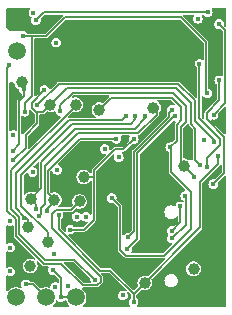
<source format=gbl>
G04 #@! TF.GenerationSoftware,KiCad,Pcbnew,7.0.10*
G04 #@! TF.CreationDate,2024-03-06T03:44:09-08:00*
G04 #@! TF.ProjectId,Tracker_Band_V1,54726163-6b65-4725-9f42-616e645f5631,1*
G04 #@! TF.SameCoordinates,Original*
G04 #@! TF.FileFunction,Copper,L4,Bot*
G04 #@! TF.FilePolarity,Positive*
%FSLAX46Y46*%
G04 Gerber Fmt 4.6, Leading zero omitted, Abs format (unit mm)*
G04 Created by KiCad (PCBNEW 7.0.10) date 2024-03-06 03:44:09*
%MOMM*%
%LPD*%
G01*
G04 APERTURE LIST*
G04 #@! TA.AperFunction,ComponentPad*
%ADD10O,2.100000X1.000000*%
G04 #@! TD*
G04 #@! TA.AperFunction,ComponentPad*
%ADD11O,1.800000X1.000000*%
G04 #@! TD*
G04 #@! TA.AperFunction,SMDPad,CuDef*
%ADD12C,1.000000*%
G04 #@! TD*
G04 #@! TA.AperFunction,SMDPad,CuDef*
%ADD13C,1.500000*%
G04 #@! TD*
G04 #@! TA.AperFunction,ViaPad*
%ADD14C,0.420000*%
G04 #@! TD*
G04 #@! TA.AperFunction,Conductor*
%ADD15C,0.127000*%
G04 #@! TD*
G04 APERTURE END LIST*
D10*
X135810000Y-100370000D03*
D11*
X140010000Y-100370000D03*
D10*
X135810000Y-91730000D03*
D11*
X140010000Y-91730000D03*
D12*
X128250000Y-84050000D03*
X124400000Y-97700000D03*
X134100000Y-99150000D03*
X128575000Y-92250000D03*
D13*
X128280000Y-100375000D03*
X123250000Y-79500000D03*
D12*
X137400000Y-89225000D03*
X124450000Y-92050000D03*
D13*
X123250000Y-76975000D03*
D12*
X138225000Y-97950000D03*
X124225000Y-94450000D03*
D13*
X130819999Y-100375000D03*
D12*
X123675000Y-82175000D03*
X126450000Y-92100000D03*
X130225000Y-84475000D03*
X125875000Y-95650000D03*
X128925000Y-90175000D03*
X134825000Y-84300000D03*
X126100000Y-84050000D03*
D13*
X125740000Y-100374999D03*
X123200000Y-100375000D03*
D14*
X130550000Y-96700000D03*
X134075000Y-94575000D03*
X127700000Y-77200000D03*
X130900000Y-93800000D03*
X139775000Y-81575000D03*
X127475000Y-93575000D03*
X127850000Y-89025000D03*
X131700000Y-81225000D03*
X135800000Y-89400000D03*
X125500000Y-98025000D03*
X130450000Y-91250000D03*
X129700000Y-79200000D03*
X122975000Y-83700000D03*
X127250000Y-100950000D03*
X132450000Y-89200000D03*
X122975000Y-77224980D03*
X128225000Y-98025000D03*
X132600000Y-92075000D03*
X131350000Y-97300000D03*
X131700000Y-79200000D03*
X130550000Y-97300000D03*
X129100000Y-84750000D03*
X131350000Y-96100000D03*
X134100000Y-77200000D03*
X140375000Y-76275000D03*
X123925000Y-85675000D03*
X122700000Y-99130000D03*
X132500000Y-77200000D03*
X135225000Y-92850000D03*
X140375000Y-85650000D03*
X124825000Y-86675000D03*
X135700000Y-77200000D03*
X139625000Y-78275000D03*
X134375000Y-91025000D03*
X125200000Y-77650000D03*
X129300000Y-77200000D03*
X133675000Y-81225000D03*
X122975000Y-82750000D03*
X129700000Y-81250000D03*
X130450000Y-89850000D03*
X131350000Y-96700000D03*
X124575000Y-90850000D03*
X130550000Y-96100000D03*
X122700000Y-94875000D03*
X132650000Y-97375000D03*
X128475000Y-88475000D03*
X134475000Y-89150000D03*
X130900000Y-77200000D03*
X137650000Y-86155100D03*
X130450000Y-90500000D03*
X135850000Y-83950000D03*
X129675000Y-96150000D03*
X130850000Y-99250000D03*
X133675000Y-79200000D03*
X128975000Y-95425000D03*
X122625000Y-80725000D03*
X128575000Y-92250000D03*
X122925000Y-79500000D03*
X129100000Y-93550000D03*
X128325000Y-93550000D03*
X126675000Y-89575000D03*
X123550003Y-79500000D03*
X138225000Y-97950000D03*
X133150000Y-100750000D03*
X140325000Y-88400000D03*
X126800000Y-93425000D03*
X137525000Y-91775000D03*
X136400000Y-95350000D03*
X140400000Y-82000000D03*
X136400000Y-94725000D03*
X139900000Y-90775000D03*
X137100000Y-92650000D03*
X132650000Y-95300000D03*
X136406062Y-84475288D03*
X136625000Y-85050000D03*
X132625000Y-96300000D03*
X122675000Y-93925000D03*
X127600000Y-99425000D03*
X122950000Y-86625000D03*
X130700000Y-87800000D03*
X132250000Y-100200000D03*
X126525000Y-99475000D03*
X126400000Y-96700000D03*
X131900000Y-88500000D03*
X126600000Y-78800000D03*
X122775000Y-100375000D03*
X138575000Y-76775000D03*
X122725000Y-96150000D03*
X124600000Y-89750000D03*
X124675000Y-76275000D03*
X122725000Y-98175000D03*
X139150000Y-87050000D03*
X122925000Y-87950000D03*
X123875000Y-82750000D03*
X138775000Y-89150000D03*
X125600000Y-82800000D03*
X122950000Y-88700000D03*
X123775000Y-78250000D03*
X139390000Y-83075000D03*
X123925000Y-84650000D03*
X131300000Y-91950000D03*
X136250000Y-87650000D03*
X130225000Y-84475000D03*
X128250000Y-84050000D03*
X129900000Y-98875000D03*
X126075000Y-95850000D03*
X133300000Y-85000000D03*
X127800000Y-94625000D03*
X133162500Y-86962500D03*
X127000000Y-100375000D03*
X126300000Y-98050000D03*
X124050000Y-99250000D03*
X131700000Y-86950000D03*
X125800000Y-93025000D03*
X135100000Y-84300000D03*
X125184101Y-93441338D03*
X124850000Y-92925000D03*
X134100000Y-85000000D03*
X123900000Y-93650000D03*
X132500000Y-85000000D03*
X124875000Y-76900000D03*
X139425000Y-76250000D03*
X140375000Y-77225000D03*
X139925000Y-84900000D03*
X140000000Y-87225000D03*
X125000000Y-84100000D03*
X124400000Y-97700000D03*
X126950000Y-84625000D03*
X138290000Y-90150000D03*
X138725000Y-80575000D03*
X139375000Y-89325000D03*
D15*
X128575000Y-92250000D02*
X127888500Y-92936500D01*
X130094060Y-99343500D02*
X128843500Y-99343500D01*
X126225000Y-93296288D02*
X126225000Y-94525000D01*
X126225000Y-94525000D02*
X130368500Y-98668500D01*
X122435500Y-80914500D02*
X122625000Y-80725000D01*
X127888500Y-92936500D02*
X126584788Y-92936500D01*
X123172500Y-95147500D02*
X123172500Y-93759940D01*
X130368500Y-98668500D02*
X130368500Y-99069060D01*
X125550000Y-97525000D02*
X123172500Y-95147500D01*
X123172500Y-93759940D02*
X122435500Y-93022940D01*
X126584788Y-92936500D02*
X126225000Y-93296288D01*
X122435500Y-93022940D02*
X122435500Y-80914500D01*
X127025000Y-97525000D02*
X125550000Y-97525000D01*
X128843500Y-99343500D02*
X127025000Y-97525000D01*
X130368500Y-99069060D02*
X130094060Y-99343500D01*
X126800000Y-93425000D02*
X126800000Y-94575000D01*
X140325000Y-89050000D02*
X138800000Y-90575000D01*
X131175000Y-98100000D02*
X133150000Y-100075000D01*
X130325000Y-98100000D02*
X131175000Y-98100000D01*
X138800000Y-94425000D02*
X133150000Y-100075000D01*
X140325000Y-88400000D02*
X140325000Y-89050000D01*
X126800000Y-94575000D02*
X130325000Y-98100000D01*
X133150000Y-100075000D02*
X133150000Y-100750000D01*
X138800000Y-90575000D02*
X138800000Y-94425000D01*
X136400000Y-95350000D02*
X136437560Y-95350000D01*
X137575000Y-91800000D02*
X137550000Y-91775000D01*
X137575000Y-94212560D02*
X137575000Y-91800000D01*
X136437560Y-95350000D02*
X137575000Y-94212560D01*
X140400000Y-83700000D02*
X140400000Y-82000000D01*
X140825000Y-89850000D02*
X140825000Y-86775000D01*
X137100000Y-94025000D02*
X137100000Y-92650000D01*
X136400000Y-94725000D02*
X137100000Y-94025000D01*
X139325000Y-85275000D02*
X139325000Y-84775000D01*
X139900000Y-90775000D02*
X140825000Y-89850000D01*
X140825000Y-86775000D02*
X139325000Y-85275000D01*
X139325000Y-84775000D02*
X140400000Y-83700000D01*
X136156500Y-84724850D02*
X136156500Y-85093500D01*
X136156500Y-85093500D02*
X133200000Y-88050000D01*
X136406062Y-84475288D02*
X136156500Y-84724850D01*
X133200000Y-88050000D02*
X133200000Y-94750000D01*
X133200000Y-94750000D02*
X132650000Y-95300000D01*
X136625000Y-85050000D02*
X136600000Y-85050000D01*
X133475000Y-88175000D02*
X133475000Y-95450000D01*
X136600000Y-85050000D02*
X133475000Y-88175000D01*
X133475000Y-95450000D02*
X132625000Y-96300000D01*
X123875000Y-82750000D02*
X123875000Y-83350000D01*
X123875000Y-83350000D02*
X123450000Y-83775000D01*
X123675000Y-82550000D02*
X123875000Y-82750000D01*
X123675000Y-82175000D02*
X123675000Y-82550000D01*
X123450000Y-83775000D02*
X123450000Y-87425000D01*
X123450000Y-87425000D02*
X122925000Y-87950000D01*
X125600000Y-82831784D02*
X124527500Y-83904284D01*
X136750000Y-82675000D02*
X138000000Y-83925000D01*
X126100000Y-84050000D02*
X127475000Y-82675000D01*
X122975000Y-88650000D02*
X123050000Y-88650000D01*
X124527500Y-84302500D02*
X124875000Y-84650000D01*
X138375000Y-86100000D02*
X138375000Y-88750000D01*
X125000000Y-84650000D02*
X125000000Y-85625000D01*
X124527500Y-83904284D02*
X124527500Y-84302500D01*
X127475000Y-82675000D02*
X136750000Y-82675000D01*
X126200000Y-84050000D02*
X126100000Y-84050000D01*
X125500000Y-84650000D02*
X126100000Y-84050000D01*
X138000000Y-85725000D02*
X138375000Y-86100000D01*
X125000000Y-84650000D02*
X125500000Y-84650000D01*
X124000000Y-86625000D02*
X124000000Y-87700000D01*
X123050000Y-88650000D02*
X124000000Y-87700000D01*
X138000000Y-83925000D02*
X138000000Y-85725000D01*
X125000000Y-85625000D02*
X124000000Y-86625000D01*
X138375000Y-88750000D02*
X138775000Y-89150000D01*
X124875000Y-84650000D02*
X125000000Y-84650000D01*
X125600000Y-82800000D02*
X125600000Y-82831784D01*
X123925000Y-83900000D02*
X124525000Y-83300000D01*
X125725000Y-78250000D02*
X124550000Y-78250000D01*
X123925000Y-84650000D02*
X123925000Y-83900000D01*
X127315000Y-76660000D02*
X125725000Y-78250000D01*
X139300000Y-78790000D02*
X137170000Y-76660000D01*
X124525000Y-83300000D02*
X124525000Y-78275000D01*
X139300000Y-82985000D02*
X139300000Y-78790000D01*
X139390000Y-83075000D02*
X139300000Y-82985000D01*
X137170000Y-76660000D02*
X127315000Y-76660000D01*
X124525000Y-78275000D02*
X124550000Y-78250000D01*
X124550000Y-78250000D02*
X123775000Y-78250000D01*
X136800000Y-87100000D02*
X136800000Y-85750000D01*
X136300000Y-87700000D02*
X136300000Y-89775000D01*
X138013500Y-91488500D02*
X138013500Y-94561500D01*
X138013500Y-94561500D02*
X135750000Y-96825000D01*
X132481784Y-96825000D02*
X132000000Y-96343216D01*
X136375000Y-83450000D02*
X131250000Y-83450000D01*
X137175000Y-85375000D02*
X137175000Y-84250000D01*
X136250000Y-87650000D02*
X136300000Y-87700000D01*
X137175000Y-84250000D02*
X136375000Y-83450000D01*
X136800000Y-85750000D02*
X137175000Y-85375000D01*
X136250000Y-87650000D02*
X136800000Y-87100000D01*
X131250000Y-83450000D02*
X130225000Y-84475000D01*
X135750000Y-96825000D02*
X132481784Y-96825000D01*
X132000000Y-92650000D02*
X131300000Y-91950000D01*
X132000000Y-96343216D02*
X132000000Y-92650000D01*
X136300000Y-89775000D02*
X138013500Y-91488500D01*
X122800000Y-92925000D02*
X123425000Y-93550000D01*
X128250000Y-84050000D02*
X128250000Y-84150000D01*
X125618500Y-97168500D02*
X128143500Y-97168500D01*
X128250000Y-84150000D02*
X122800000Y-89600000D01*
X129850000Y-98875000D02*
X129900000Y-98875000D01*
X128143500Y-97168500D02*
X129850000Y-98875000D01*
X122800000Y-89600000D02*
X122800000Y-92925000D01*
X123425000Y-94975000D02*
X125618500Y-97168500D01*
X123425000Y-93550000D02*
X123425000Y-94975000D01*
X129850000Y-98875000D02*
X129925000Y-98875000D01*
X126075000Y-95850000D02*
X125900000Y-95675000D01*
X132925000Y-85675000D02*
X133300000Y-85300000D01*
X123650000Y-90000000D02*
X127975000Y-85675000D01*
X125900000Y-95675000D02*
X125900000Y-94875000D01*
X123650000Y-92625000D02*
X123650000Y-90000000D01*
X127975000Y-85675000D02*
X132925000Y-85675000D01*
X125900000Y-94875000D02*
X123650000Y-92625000D01*
X133300000Y-85300000D02*
X133300000Y-85000000D01*
X131550000Y-87850000D02*
X131546288Y-87850000D01*
X133200000Y-86925000D02*
X133225000Y-86925000D01*
X132275000Y-87850000D02*
X131550000Y-87850000D01*
X128925000Y-90175000D02*
X129775000Y-90175000D01*
X129775000Y-93800000D02*
X128950000Y-94625000D01*
X129775000Y-89621288D02*
X129775000Y-90175000D01*
X133200000Y-86925000D02*
X133175000Y-86925000D01*
X131546288Y-87850000D02*
X129775000Y-89621288D01*
X133200000Y-86925000D02*
X132275000Y-87850000D01*
X128950000Y-94625000D02*
X127800000Y-94625000D01*
X129775000Y-90175000D02*
X129775000Y-93800000D01*
X127000000Y-98750000D02*
X127000000Y-100375000D01*
X127937500Y-100032500D02*
X128280000Y-100375000D01*
X126300000Y-98050000D02*
X127000000Y-98750000D01*
X128275000Y-100370000D02*
X128280000Y-100375000D01*
X127000000Y-100375000D02*
X128280000Y-100375000D01*
X124050000Y-99250000D02*
X124615001Y-99250000D01*
X124615001Y-99250000D02*
X125740000Y-100374999D01*
X125900000Y-89647460D02*
X128597460Y-86950000D01*
X128597460Y-86950000D02*
X131700000Y-86950000D01*
X126450000Y-92100000D02*
X125900000Y-91550000D01*
X125825000Y-92900000D02*
X126450000Y-92275000D01*
X125825000Y-93025000D02*
X125825000Y-92900000D01*
X126450000Y-92275000D02*
X126450000Y-92100000D01*
X125900000Y-91550000D02*
X125900000Y-89647460D01*
X125318500Y-93306939D02*
X125318500Y-92775220D01*
X135100000Y-84900000D02*
X135100000Y-84300000D01*
X125184101Y-93441338D02*
X125318500Y-93306939D01*
X133525000Y-86475000D02*
X135100000Y-84900000D01*
X125318500Y-92775220D02*
X125625000Y-92468720D01*
X125625000Y-89275000D02*
X128425000Y-86475000D01*
X128425000Y-86475000D02*
X133525000Y-86475000D01*
X125625000Y-92468720D02*
X125625000Y-89275000D01*
X124850000Y-92925000D02*
X124850000Y-92500000D01*
X124850000Y-92500000D02*
X124450000Y-92100000D01*
X134100000Y-85000000D02*
X134100000Y-85225000D01*
X133250000Y-86075000D02*
X128175000Y-86075000D01*
X125350000Y-88900000D02*
X125350000Y-91150000D01*
X125350000Y-91150000D02*
X124450000Y-92050000D01*
X128175000Y-86075000D02*
X125350000Y-88900000D01*
X134100000Y-85225000D02*
X133250000Y-86075000D01*
X124450000Y-92100000D02*
X124450000Y-92050000D01*
X127675000Y-85350000D02*
X132150000Y-85350000D01*
X124225000Y-93850000D02*
X124025000Y-93650000D01*
X124025000Y-93650000D02*
X123900000Y-93650000D01*
X123900000Y-93650000D02*
X123900000Y-93525000D01*
X132150000Y-85350000D02*
X132500000Y-85000000D01*
X123200000Y-92825000D02*
X123200000Y-89825000D01*
X123900000Y-93525000D02*
X123200000Y-92825000D01*
X124225000Y-94450000D02*
X124225000Y-93850000D01*
X123200000Y-89825000D02*
X127675000Y-85350000D01*
X125525000Y-76250000D02*
X139425000Y-76250000D01*
X124875000Y-76900000D02*
X125525000Y-76250000D01*
X140900000Y-77750000D02*
X140375000Y-77225000D01*
X140900000Y-83925000D02*
X140900000Y-77750000D01*
X139925000Y-84900000D02*
X140900000Y-83925000D01*
X126800000Y-82300000D02*
X125000000Y-84100000D01*
X140000000Y-87075000D02*
X138350000Y-85425000D01*
X136950000Y-82300000D02*
X126800000Y-82300000D01*
X138350000Y-83700000D02*
X136950000Y-82300000D01*
X140000000Y-87225000D02*
X140000000Y-87075000D01*
X138350000Y-85425000D02*
X138350000Y-83700000D01*
X137181500Y-89006500D02*
X137400000Y-89225000D01*
X128000000Y-83050000D02*
X136525000Y-83050000D01*
X138290000Y-90150000D02*
X138290000Y-90115000D01*
X137600000Y-85500000D02*
X137181500Y-85918500D01*
X138290000Y-90115000D02*
X137400000Y-89225000D01*
X126950000Y-84625000D02*
X126950000Y-84100000D01*
X136525000Y-83050000D02*
X137600000Y-84125000D01*
X126950000Y-84100000D02*
X128000000Y-83050000D01*
X137181500Y-85918500D02*
X137181500Y-89006500D01*
X137600000Y-84125000D02*
X137600000Y-85500000D01*
X140468500Y-87494000D02*
X140468500Y-86968500D01*
X139375000Y-88587500D02*
X140468500Y-87494000D01*
X138725000Y-85225000D02*
X138725000Y-80575000D01*
X140468500Y-86968500D02*
X138725000Y-85225000D01*
X139375000Y-89325000D02*
X139375000Y-88587500D01*
G04 #@! TA.AperFunction,Conductor*
G36*
X127425914Y-100614871D02*
G01*
X127455734Y-100655169D01*
X127472622Y-100707144D01*
X127480378Y-100731016D01*
X127480380Y-100731019D01*
X127571867Y-100889479D01*
X127571870Y-100889484D01*
X127571871Y-100889485D01*
X127663563Y-100991320D01*
X127694315Y-101025473D01*
X127694676Y-101025798D01*
X127694774Y-101025982D01*
X127697084Y-101028548D01*
X127696444Y-101029124D01*
X127720040Y-101073516D01*
X127708797Y-101126372D01*
X127666210Y-101159637D01*
X127641807Y-101163500D01*
X126378191Y-101163500D01*
X126327411Y-101145018D01*
X126300391Y-101098218D01*
X126309775Y-101045000D01*
X126323021Y-101028642D01*
X126322916Y-101028547D01*
X126324734Y-101026527D01*
X126325330Y-101025792D01*
X126325681Y-101025475D01*
X126325682Y-101025473D01*
X126325687Y-101025470D01*
X126448129Y-100889484D01*
X126539622Y-100731014D01*
X126559359Y-100670266D01*
X126592629Y-100627684D01*
X126645488Y-100616449D01*
X126690354Y-100638819D01*
X126758679Y-100707144D01*
X126758681Y-100707145D01*
X126758682Y-100707146D01*
X126873132Y-100765461D01*
X126873137Y-100765461D01*
X126873138Y-100765462D01*
X126999998Y-100785555D01*
X127000000Y-100785555D01*
X127000002Y-100785555D01*
X127094451Y-100770595D01*
X127126868Y-100765461D01*
X127241318Y-100707146D01*
X127324741Y-100623722D01*
X127373716Y-100600885D01*
X127425914Y-100614871D01*
G37*
G04 #@! TD.AperFunction*
G04 #@! TA.AperFunction,Conductor*
G36*
X131116843Y-98302482D02*
G01*
X131121924Y-98307139D01*
X132528697Y-99713912D01*
X132551535Y-99762888D01*
X132537549Y-99815086D01*
X132493283Y-99846081D01*
X132439449Y-99841371D01*
X132436971Y-99840163D01*
X132436944Y-99840149D01*
X132376868Y-99809539D01*
X132376864Y-99809538D01*
X132376861Y-99809537D01*
X132250002Y-99789445D01*
X132249998Y-99789445D01*
X132123138Y-99809537D01*
X132123133Y-99809538D01*
X132123132Y-99809539D01*
X132105987Y-99818275D01*
X132008679Y-99867855D01*
X131917855Y-99958679D01*
X131917492Y-99959392D01*
X131859539Y-100073132D01*
X131859539Y-100073133D01*
X131859537Y-100073138D01*
X131839445Y-100199997D01*
X131839445Y-100200002D01*
X131859537Y-100326861D01*
X131859538Y-100326864D01*
X131859539Y-100326868D01*
X131902216Y-100410626D01*
X131917855Y-100441320D01*
X132008679Y-100532144D01*
X132008681Y-100532145D01*
X132008682Y-100532146D01*
X132123132Y-100590461D01*
X132123137Y-100590461D01*
X132123138Y-100590462D01*
X132249998Y-100610555D01*
X132250000Y-100610555D01*
X132250002Y-100610555D01*
X132344451Y-100595595D01*
X132376868Y-100590461D01*
X132491318Y-100532146D01*
X132582146Y-100441318D01*
X132640461Y-100326868D01*
X132645595Y-100294451D01*
X132660555Y-100200002D01*
X132660555Y-100199997D01*
X132640462Y-100073138D01*
X132640461Y-100073133D01*
X132640461Y-100073132D01*
X132609835Y-100013026D01*
X132603251Y-99959392D01*
X132632683Y-99914071D01*
X132684361Y-99898271D01*
X132734104Y-99919386D01*
X132736087Y-99921302D01*
X132942861Y-100128076D01*
X132965699Y-100177052D01*
X132966000Y-100183937D01*
X132966000Y-100340237D01*
X132947518Y-100391017D01*
X132922867Y-100410626D01*
X132908679Y-100417855D01*
X132817855Y-100508679D01*
X132793243Y-100556983D01*
X132759539Y-100623132D01*
X132759539Y-100623133D01*
X132759537Y-100623138D01*
X132739445Y-100749997D01*
X132739445Y-100750002D01*
X132759537Y-100876861D01*
X132759538Y-100876864D01*
X132759539Y-100876868D01*
X132803278Y-100962711D01*
X132817855Y-100991320D01*
X132855174Y-101028639D01*
X132878012Y-101077615D01*
X132864026Y-101129813D01*
X132819760Y-101160808D01*
X132799313Y-101163500D01*
X128918193Y-101163500D01*
X128867413Y-101145018D01*
X128840393Y-101098218D01*
X128849777Y-101045000D01*
X128863020Y-101028642D01*
X128862916Y-101028548D01*
X128864716Y-101026548D01*
X128865324Y-101025798D01*
X128865684Y-101025473D01*
X128865683Y-101025473D01*
X128865687Y-101025471D01*
X128988129Y-100889485D01*
X129079622Y-100731015D01*
X129136168Y-100556984D01*
X129155295Y-100375000D01*
X129154885Y-100371103D01*
X129150235Y-100326861D01*
X129136168Y-100193016D01*
X129136164Y-100193005D01*
X129107500Y-100104784D01*
X129079622Y-100018985D01*
X129009928Y-99898271D01*
X128988132Y-99860520D01*
X128988129Y-99860515D01*
X128865687Y-99724529D01*
X128865678Y-99724521D01*
X128791391Y-99670549D01*
X128761173Y-99625749D01*
X128766821Y-99572006D01*
X128805694Y-99534467D01*
X128842594Y-99527781D01*
X128877659Y-99529902D01*
X128877662Y-99529900D01*
X128883707Y-99528794D01*
X128897946Y-99527500D01*
X130070161Y-99527500D01*
X130084400Y-99528793D01*
X130105502Y-99532661D01*
X130141230Y-99521526D01*
X130145769Y-99520261D01*
X130182128Y-99511300D01*
X130182132Y-99511296D01*
X130187201Y-99508635D01*
X130192093Y-99505677D01*
X130192099Y-99505676D01*
X130218555Y-99479218D01*
X130222014Y-99475963D01*
X130223101Y-99475000D01*
X130250021Y-99451152D01*
X130250023Y-99451145D01*
X130253513Y-99446091D01*
X130262665Y-99435108D01*
X130481713Y-99216061D01*
X130492686Y-99206916D01*
X130510348Y-99194726D01*
X130527740Y-99161585D01*
X130530052Y-99157487D01*
X130549426Y-99125439D01*
X130549426Y-99125435D01*
X130551127Y-99119977D01*
X130552500Y-99114411D01*
X130552500Y-99077012D01*
X130552644Y-99072242D01*
X130552857Y-99068720D01*
X130554903Y-99034900D01*
X130554901Y-99034896D01*
X130553793Y-99028843D01*
X130552500Y-99014606D01*
X130552500Y-98692398D01*
X130553794Y-98678157D01*
X130557661Y-98657058D01*
X130546529Y-98621336D01*
X130545259Y-98616782D01*
X130536300Y-98580432D01*
X130536298Y-98580430D01*
X130533643Y-98575370D01*
X130530676Y-98570461D01*
X130525675Y-98565460D01*
X130504217Y-98544002D01*
X130500962Y-98540544D01*
X130491220Y-98529548D01*
X130476152Y-98512539D01*
X130476151Y-98512538D01*
X130471081Y-98509038D01*
X130460101Y-98499886D01*
X130379076Y-98418861D01*
X130356238Y-98369885D01*
X130370224Y-98317687D01*
X130414490Y-98286692D01*
X130434937Y-98284000D01*
X131066063Y-98284000D01*
X131116843Y-98302482D01*
G37*
G04 #@! TD.AperFunction*
G04 #@! TA.AperFunction,Conductor*
G36*
X140590510Y-89092650D02*
G01*
X140631198Y-89128213D01*
X140641000Y-89166326D01*
X140641000Y-89741061D01*
X140622518Y-89791841D01*
X140617861Y-89796922D01*
X140058245Y-90356537D01*
X140009269Y-90379375D01*
X139990026Y-90378703D01*
X139900002Y-90364445D01*
X139899998Y-90364445D01*
X139773138Y-90384537D01*
X139773133Y-90384538D01*
X139773132Y-90384539D01*
X139716956Y-90413161D01*
X139658679Y-90442855D01*
X139567855Y-90533679D01*
X139549636Y-90569436D01*
X139509539Y-90648132D01*
X139509539Y-90648133D01*
X139509537Y-90648138D01*
X139489445Y-90774997D01*
X139489445Y-90775002D01*
X139509537Y-90901861D01*
X139509538Y-90901864D01*
X139509539Y-90901868D01*
X139566784Y-91014219D01*
X139567855Y-91016320D01*
X139658679Y-91107144D01*
X139658681Y-91107145D01*
X139658682Y-91107146D01*
X139773132Y-91165461D01*
X139773137Y-91165461D01*
X139773138Y-91165462D01*
X139899998Y-91185555D01*
X139900000Y-91185555D01*
X139900002Y-91185555D01*
X139994451Y-91170595D01*
X140026868Y-91165461D01*
X140141318Y-91107146D01*
X140232146Y-91016318D01*
X140290461Y-90901868D01*
X140307308Y-90795500D01*
X140310555Y-90775002D01*
X140310555Y-90774997D01*
X140296296Y-90684970D01*
X140306607Y-90631924D01*
X140318458Y-90616755D01*
X140838639Y-90096575D01*
X140887615Y-90073737D01*
X140939813Y-90087723D01*
X140970808Y-90131989D01*
X140973500Y-90152436D01*
X140973500Y-101084500D01*
X140955018Y-101135280D01*
X140908218Y-101162300D01*
X140894500Y-101163500D01*
X133500687Y-101163500D01*
X133449907Y-101145018D01*
X133422887Y-101098218D01*
X133432271Y-101045000D01*
X133444826Y-101028639D01*
X133482144Y-100991320D01*
X133482146Y-100991318D01*
X133540461Y-100876868D01*
X133558106Y-100765461D01*
X133560555Y-100750002D01*
X133560555Y-100749997D01*
X133540462Y-100623138D01*
X133540461Y-100623137D01*
X133540461Y-100623132D01*
X133482146Y-100508682D01*
X133482145Y-100508681D01*
X133482144Y-100508679D01*
X133391320Y-100417855D01*
X133377133Y-100410626D01*
X133340279Y-100371103D01*
X133334000Y-100340237D01*
X133334000Y-100183936D01*
X133352482Y-100133156D01*
X133357116Y-100128098D01*
X133753585Y-99731628D01*
X133802559Y-99708792D01*
X133846156Y-99717540D01*
X133865610Y-99727750D01*
X133878353Y-99734439D01*
X134013598Y-99767774D01*
X134024658Y-99770500D01*
X134175342Y-99770500D01*
X134321648Y-99734438D01*
X134455073Y-99664412D01*
X134567862Y-99564489D01*
X134653460Y-99440478D01*
X134656344Y-99432876D01*
X134688482Y-99348133D01*
X134706894Y-99299586D01*
X134725057Y-99150000D01*
X134724190Y-99142855D01*
X134706894Y-99000413D01*
X134697189Y-98974825D01*
X134683981Y-98940000D01*
X135749534Y-98940000D01*
X135769312Y-99090233D01*
X135769315Y-99090242D01*
X135827299Y-99230228D01*
X135827301Y-99230230D01*
X135827302Y-99230233D01*
X135867352Y-99282428D01*
X135919548Y-99350451D01*
X135953976Y-99376868D01*
X136039767Y-99442698D01*
X136039769Y-99442699D01*
X136039771Y-99442700D01*
X136127977Y-99479236D01*
X136179764Y-99500687D01*
X136236022Y-99508093D01*
X136292278Y-99515500D01*
X136292280Y-99515500D01*
X136367722Y-99515500D01*
X136419865Y-99508635D01*
X136480236Y-99500687D01*
X136620233Y-99442698D01*
X136740451Y-99350451D01*
X136832698Y-99230233D01*
X136890687Y-99090236D01*
X136910466Y-98940000D01*
X136890687Y-98789764D01*
X136854685Y-98702848D01*
X136832700Y-98649771D01*
X136832699Y-98649769D01*
X136832698Y-98649767D01*
X136768008Y-98565462D01*
X136740451Y-98529548D01*
X136655559Y-98464409D01*
X136620233Y-98437302D01*
X136620230Y-98437301D01*
X136620228Y-98437299D01*
X136480242Y-98379315D01*
X136480233Y-98379312D01*
X136367722Y-98364500D01*
X136367720Y-98364500D01*
X136292280Y-98364500D01*
X136292278Y-98364500D01*
X136179766Y-98379312D01*
X136179757Y-98379315D01*
X136039771Y-98437299D01*
X136039767Y-98437302D01*
X135919548Y-98529548D01*
X135827302Y-98649767D01*
X135827299Y-98649771D01*
X135769315Y-98789757D01*
X135769312Y-98789766D01*
X135749534Y-98939999D01*
X135749534Y-98940000D01*
X134683981Y-98940000D01*
X134663935Y-98887144D01*
X134663210Y-98833114D01*
X134681939Y-98803274D01*
X135535213Y-97950000D01*
X137599943Y-97950000D01*
X137618106Y-98099587D01*
X137671537Y-98240474D01*
X137703439Y-98286692D01*
X137757138Y-98364489D01*
X137869927Y-98464412D01*
X138003352Y-98534438D01*
X138149658Y-98570500D01*
X138300342Y-98570500D01*
X138446648Y-98534438D01*
X138580073Y-98464412D01*
X138692862Y-98364489D01*
X138778460Y-98240478D01*
X138786877Y-98218286D01*
X138816557Y-98140025D01*
X138831894Y-98099586D01*
X138850057Y-97950000D01*
X138831894Y-97800414D01*
X138818253Y-97764445D01*
X138778462Y-97659525D01*
X138763748Y-97638208D01*
X138692862Y-97535511D01*
X138580073Y-97435588D01*
X138485946Y-97386187D01*
X138446647Y-97365561D01*
X138300345Y-97329500D01*
X138300342Y-97329500D01*
X138149658Y-97329500D01*
X138149654Y-97329500D01*
X138003353Y-97365561D01*
X138003352Y-97365561D01*
X137869927Y-97435588D01*
X137869924Y-97435590D01*
X137757138Y-97535510D01*
X137671537Y-97659525D01*
X137618106Y-97800412D01*
X137599943Y-97949999D01*
X137599943Y-97950000D01*
X135535213Y-97950000D01*
X138913208Y-94572005D01*
X138924188Y-94562855D01*
X138941848Y-94550666D01*
X138959226Y-94517553D01*
X138961563Y-94513407D01*
X138980926Y-94481379D01*
X138980926Y-94481376D01*
X138982628Y-94475911D01*
X138984000Y-94470351D01*
X138984000Y-94432952D01*
X138984144Y-94428182D01*
X138984461Y-94422947D01*
X138986403Y-94390840D01*
X138986401Y-94390836D01*
X138985293Y-94384783D01*
X138984000Y-94370546D01*
X138984000Y-90683937D01*
X139002482Y-90633157D01*
X139007139Y-90628076D01*
X139704256Y-89930959D01*
X140438211Y-89197003D01*
X140449191Y-89187853D01*
X140466848Y-89175666D01*
X140484240Y-89142525D01*
X140486564Y-89138407D01*
X140494394Y-89125455D01*
X140536482Y-89091561D01*
X140590510Y-89092650D01*
G37*
G04 #@! TD.AperFunction*
G04 #@! TA.AperFunction,Conductor*
G36*
X122972592Y-94301740D02*
G01*
X122988500Y-94349283D01*
X122988500Y-95123600D01*
X122987206Y-95137840D01*
X122983338Y-95158942D01*
X122983339Y-95158944D01*
X122994464Y-95194648D01*
X122995745Y-95199241D01*
X123004699Y-95235568D01*
X123007351Y-95240620D01*
X123010323Y-95245537D01*
X123010324Y-95245539D01*
X123036780Y-95271995D01*
X123040035Y-95275453D01*
X123064847Y-95303460D01*
X123069913Y-95306957D01*
X123080897Y-95316112D01*
X124799060Y-97034276D01*
X124821898Y-97083252D01*
X124807912Y-97135450D01*
X124763646Y-97166445D01*
X124709812Y-97161735D01*
X124706486Y-97160088D01*
X124621647Y-97115561D01*
X124475345Y-97079500D01*
X124475342Y-97079500D01*
X124324658Y-97079500D01*
X124324654Y-97079500D01*
X124178353Y-97115561D01*
X124178352Y-97115561D01*
X124044927Y-97185588D01*
X124044924Y-97185590D01*
X123932138Y-97285510D01*
X123846537Y-97409525D01*
X123793106Y-97550412D01*
X123774943Y-97699999D01*
X123774943Y-97700000D01*
X123793106Y-97849587D01*
X123846537Y-97990474D01*
X123887623Y-98049997D01*
X123932138Y-98114489D01*
X124044927Y-98214412D01*
X124178352Y-98284438D01*
X124324658Y-98320500D01*
X124475342Y-98320500D01*
X124621648Y-98284438D01*
X124755073Y-98214412D01*
X124867862Y-98114489D01*
X124953460Y-97990478D01*
X124956785Y-97981713D01*
X124982197Y-97914706D01*
X125006894Y-97849586D01*
X125025057Y-97700000D01*
X125023276Y-97685336D01*
X125018888Y-97649191D01*
X125006894Y-97550414D01*
X124953460Y-97409522D01*
X124951242Y-97405296D01*
X124953162Y-97404288D01*
X124941533Y-97359724D01*
X124964691Y-97310899D01*
X125013815Y-97288381D01*
X125065921Y-97302709D01*
X125076047Y-97311263D01*
X125402992Y-97638208D01*
X125412146Y-97649191D01*
X125424334Y-97666848D01*
X125457447Y-97684227D01*
X125461602Y-97686570D01*
X125493621Y-97705926D01*
X125493622Y-97705926D01*
X125499077Y-97707625D01*
X125504645Y-97708998D01*
X125504648Y-97709000D01*
X125542048Y-97709000D01*
X125546816Y-97709143D01*
X125584160Y-97711403D01*
X125584162Y-97711402D01*
X125590214Y-97710294D01*
X125604453Y-97709000D01*
X125889728Y-97709000D01*
X125940508Y-97727482D01*
X125967528Y-97774282D01*
X125960118Y-97823864D01*
X125909539Y-97923132D01*
X125909539Y-97923133D01*
X125909537Y-97923138D01*
X125889445Y-98049997D01*
X125889445Y-98050002D01*
X125909537Y-98176861D01*
X125909538Y-98176864D01*
X125909539Y-98176868D01*
X125965350Y-98286403D01*
X125967855Y-98291320D01*
X126058679Y-98382144D01*
X126058681Y-98382145D01*
X126058682Y-98382146D01*
X126173132Y-98440461D01*
X126173137Y-98440461D01*
X126173138Y-98440462D01*
X126299998Y-98460555D01*
X126300000Y-98460555D01*
X126300001Y-98460555D01*
X126390027Y-98446296D01*
X126443074Y-98456607D01*
X126458247Y-98468462D01*
X126792861Y-98803076D01*
X126815699Y-98852052D01*
X126816000Y-98858937D01*
X126816000Y-99039252D01*
X126797518Y-99090032D01*
X126750718Y-99117052D01*
X126701135Y-99109642D01*
X126651868Y-99084539D01*
X126651864Y-99084538D01*
X126651861Y-99084537D01*
X126525002Y-99064445D01*
X126524998Y-99064445D01*
X126398138Y-99084537D01*
X126398133Y-99084538D01*
X126398132Y-99084539D01*
X126341956Y-99113161D01*
X126283679Y-99142855D01*
X126192855Y-99233679D01*
X126163161Y-99291956D01*
X126134539Y-99348132D01*
X126134539Y-99348133D01*
X126134537Y-99348137D01*
X126113651Y-99480007D01*
X126087452Y-99527270D01*
X126037002Y-99546636D01*
X126014557Y-99543280D01*
X126014531Y-99543405D01*
X126012497Y-99542972D01*
X126011208Y-99542780D01*
X126010484Y-99542544D01*
X125925242Y-99524426D01*
X125831493Y-99504499D01*
X125648507Y-99504499D01*
X125574400Y-99520251D01*
X125469520Y-99542543D01*
X125469515Y-99542545D01*
X125310322Y-99613422D01*
X125256414Y-99617192D01*
X125222329Y-99597113D01*
X125002084Y-99376868D01*
X124762009Y-99136792D01*
X124752854Y-99125808D01*
X124748829Y-99119977D01*
X124740667Y-99108152D01*
X124740666Y-99108151D01*
X124707549Y-99090769D01*
X124703396Y-99088427D01*
X124671378Y-99069073D01*
X124665926Y-99067373D01*
X124660353Y-99066000D01*
X124622953Y-99066000D01*
X124618184Y-99065856D01*
X124580841Y-99063597D01*
X124580840Y-99063597D01*
X124580838Y-99063597D01*
X124574787Y-99064706D01*
X124560548Y-99066000D01*
X124459762Y-99066000D01*
X124408982Y-99047518D01*
X124389372Y-99022864D01*
X124382145Y-99008680D01*
X124291320Y-98917855D01*
X124289219Y-98916784D01*
X124176868Y-98859539D01*
X124176864Y-98859538D01*
X124176861Y-98859537D01*
X124050002Y-98839445D01*
X124049998Y-98839445D01*
X123923138Y-98859537D01*
X123923133Y-98859538D01*
X123923132Y-98859539D01*
X123868946Y-98887148D01*
X123808679Y-98917855D01*
X123717855Y-99008679D01*
X123710628Y-99022864D01*
X123659539Y-99123132D01*
X123659539Y-99123133D01*
X123659537Y-99123138D01*
X123639445Y-99249997D01*
X123639445Y-99250002D01*
X123659537Y-99376861D01*
X123659538Y-99376864D01*
X123659539Y-99376868D01*
X123710628Y-99477136D01*
X123720677Y-99496858D01*
X123719599Y-99497407D01*
X123732745Y-99543266D01*
X123710762Y-99592631D01*
X123662190Y-99616317D01*
X123621806Y-99609919D01*
X123536652Y-99572006D01*
X123470484Y-99542546D01*
X123470479Y-99542544D01*
X123386898Y-99524779D01*
X123291493Y-99504500D01*
X123108507Y-99504500D01*
X123028420Y-99521522D01*
X122929520Y-99542544D01*
X122929515Y-99542546D01*
X122762357Y-99616970D01*
X122762347Y-99616975D01*
X122614316Y-99724525D01*
X122614313Y-99724529D01*
X122515951Y-99833772D01*
X122510209Y-99840149D01*
X122462495Y-99865519D01*
X122409636Y-99854284D01*
X122376367Y-99811700D01*
X122372500Y-99787288D01*
X122372500Y-98579412D01*
X122390982Y-98528632D01*
X122437782Y-98501612D01*
X122487363Y-98509021D01*
X122598132Y-98565461D01*
X122598136Y-98565461D01*
X122598138Y-98565462D01*
X122724998Y-98585555D01*
X122725000Y-98585555D01*
X122725002Y-98585555D01*
X122820299Y-98570461D01*
X122851868Y-98565461D01*
X122966318Y-98507146D01*
X123057146Y-98416318D01*
X123115461Y-98301868D01*
X123129313Y-98214409D01*
X123135555Y-98175002D01*
X123135555Y-98174997D01*
X123115462Y-98048138D01*
X123115461Y-98048137D01*
X123115461Y-98048132D01*
X123057146Y-97933682D01*
X123057145Y-97933681D01*
X123057144Y-97933679D01*
X122966320Y-97842855D01*
X122962634Y-97840977D01*
X122851868Y-97784539D01*
X122851864Y-97784538D01*
X122851861Y-97784537D01*
X122725002Y-97764445D01*
X122724998Y-97764445D01*
X122598138Y-97784537D01*
X122598133Y-97784538D01*
X122598132Y-97784539D01*
X122550749Y-97808682D01*
X122487365Y-97840977D01*
X122433728Y-97847562D01*
X122388407Y-97818130D01*
X122372500Y-97770587D01*
X122372500Y-96554412D01*
X122390982Y-96503632D01*
X122437782Y-96476612D01*
X122487363Y-96484021D01*
X122598132Y-96540461D01*
X122598136Y-96540461D01*
X122598138Y-96540462D01*
X122724998Y-96560555D01*
X122725000Y-96560555D01*
X122725002Y-96560555D01*
X122846457Y-96541318D01*
X122851868Y-96540461D01*
X122966318Y-96482146D01*
X123057146Y-96391318D01*
X123115461Y-96276868D01*
X123132246Y-96170894D01*
X123135555Y-96150002D01*
X123135555Y-96149997D01*
X123115462Y-96023138D01*
X123115461Y-96023137D01*
X123115461Y-96023132D01*
X123057146Y-95908682D01*
X123057145Y-95908681D01*
X123057144Y-95908679D01*
X122966320Y-95817855D01*
X122939269Y-95804072D01*
X122851868Y-95759539D01*
X122851864Y-95759538D01*
X122851861Y-95759537D01*
X122725002Y-95739445D01*
X122724998Y-95739445D01*
X122598138Y-95759537D01*
X122598133Y-95759538D01*
X122598132Y-95759539D01*
X122550937Y-95783586D01*
X122487365Y-95815977D01*
X122433728Y-95822562D01*
X122388407Y-95793130D01*
X122372500Y-95745587D01*
X122372500Y-94354888D01*
X122390982Y-94304108D01*
X122437782Y-94277088D01*
X122487362Y-94284497D01*
X122548132Y-94315461D01*
X122548136Y-94315461D01*
X122548138Y-94315462D01*
X122674998Y-94335555D01*
X122675000Y-94335555D01*
X122675002Y-94335555D01*
X122769451Y-94320595D01*
X122801868Y-94315461D01*
X122873635Y-94278893D01*
X122927271Y-94272308D01*
X122972592Y-94301740D01*
G37*
G04 #@! TD.AperFunction*
G04 #@! TA.AperFunction,Conductor*
G36*
X136316843Y-83652482D02*
G01*
X136321924Y-83657139D01*
X136622017Y-83957232D01*
X136644855Y-84006208D01*
X136630869Y-84058406D01*
X136586603Y-84089401D01*
X136539322Y-84085264D01*
X136538840Y-84086748D01*
X136532931Y-84084827D01*
X136532930Y-84084827D01*
X136532928Y-84084826D01*
X136532923Y-84084825D01*
X136406064Y-84064733D01*
X136406060Y-84064733D01*
X136279200Y-84084825D01*
X136279195Y-84084826D01*
X136279194Y-84084827D01*
X136226423Y-84111715D01*
X136164741Y-84143143D01*
X136073917Y-84233967D01*
X136061972Y-84257411D01*
X136015601Y-84348420D01*
X136015601Y-84348421D01*
X136015599Y-84348426D01*
X135995507Y-84475285D01*
X135995507Y-84475290D01*
X136010920Y-84572608D01*
X136002845Y-84621677D01*
X135997271Y-84632298D01*
X135994927Y-84636454D01*
X135975573Y-84668471D01*
X135973869Y-84673939D01*
X135972500Y-84679496D01*
X135972500Y-84716896D01*
X135972356Y-84721666D01*
X135970097Y-84759010D01*
X135971206Y-84765062D01*
X135972500Y-84779302D01*
X135972500Y-84984561D01*
X135954018Y-85035341D01*
X135949361Y-85040422D01*
X133086789Y-87902993D01*
X133075808Y-87912146D01*
X133058151Y-87924334D01*
X133040769Y-87957452D01*
X133038427Y-87961604D01*
X133019073Y-87993621D01*
X133017369Y-87999089D01*
X133016000Y-88004646D01*
X133016000Y-88042046D01*
X133015856Y-88046816D01*
X133013597Y-88084160D01*
X133014706Y-88090212D01*
X133016000Y-88104452D01*
X133016000Y-94641062D01*
X132997518Y-94691842D01*
X132992871Y-94696912D01*
X132899649Y-94790135D01*
X132808246Y-94881538D01*
X132759270Y-94904375D01*
X132740027Y-94903703D01*
X132650002Y-94889445D01*
X132649998Y-94889445D01*
X132523138Y-94909537D01*
X132523133Y-94909538D01*
X132523132Y-94909539D01*
X132504142Y-94919215D01*
X132408679Y-94967855D01*
X132318861Y-95057674D01*
X132269885Y-95080512D01*
X132217687Y-95066526D01*
X132186692Y-95022260D01*
X132184000Y-95001813D01*
X132184000Y-92673897D01*
X132185294Y-92659656D01*
X132189161Y-92638557D01*
X132178033Y-92602848D01*
X132176752Y-92598250D01*
X132167801Y-92561934D01*
X132165143Y-92556870D01*
X132162176Y-92551961D01*
X132150689Y-92540474D01*
X132135717Y-92525502D01*
X132132462Y-92522044D01*
X132107651Y-92494037D01*
X132102590Y-92490544D01*
X132091604Y-92481389D01*
X131718461Y-92108245D01*
X131695624Y-92059269D01*
X131696296Y-92040025D01*
X131710555Y-91950001D01*
X131710555Y-91949997D01*
X131690462Y-91823138D01*
X131690461Y-91823137D01*
X131690461Y-91823132D01*
X131632146Y-91708682D01*
X131632145Y-91708681D01*
X131632144Y-91708679D01*
X131541320Y-91617855D01*
X131499616Y-91596606D01*
X131426868Y-91559539D01*
X131426864Y-91559538D01*
X131426861Y-91559537D01*
X131300002Y-91539445D01*
X131299998Y-91539445D01*
X131173138Y-91559537D01*
X131173133Y-91559538D01*
X131173132Y-91559539D01*
X131122008Y-91585588D01*
X131058679Y-91617855D01*
X130967855Y-91708679D01*
X130946171Y-91751238D01*
X130909539Y-91823132D01*
X130909539Y-91823133D01*
X130909537Y-91823138D01*
X130889445Y-91949997D01*
X130889445Y-91950002D01*
X130909537Y-92076861D01*
X130909538Y-92076864D01*
X130909539Y-92076868D01*
X130941629Y-92139848D01*
X130967855Y-92191320D01*
X131058679Y-92282144D01*
X131058681Y-92282145D01*
X131058682Y-92282146D01*
X131173132Y-92340461D01*
X131173137Y-92340461D01*
X131173138Y-92340462D01*
X131299998Y-92360555D01*
X131300000Y-92360555D01*
X131300001Y-92360555D01*
X131390027Y-92346296D01*
X131443074Y-92356607D01*
X131458247Y-92368462D01*
X131792861Y-92703076D01*
X131815699Y-92752052D01*
X131816000Y-92758937D01*
X131816000Y-96319316D01*
X131814706Y-96333556D01*
X131810838Y-96354658D01*
X131810839Y-96354660D01*
X131821964Y-96390364D01*
X131823245Y-96394957D01*
X131832199Y-96431284D01*
X131834851Y-96436336D01*
X131837823Y-96441253D01*
X131837824Y-96441255D01*
X131837825Y-96441256D01*
X131837827Y-96441259D01*
X131864263Y-96467695D01*
X131867533Y-96471168D01*
X131892346Y-96499176D01*
X131897413Y-96502673D01*
X131908397Y-96511828D01*
X132334774Y-96938205D01*
X132343927Y-96949187D01*
X132356118Y-96966848D01*
X132389237Y-96984230D01*
X132393387Y-96986571D01*
X132425402Y-97005925D01*
X132430863Y-97007626D01*
X132436430Y-97008999D01*
X132436432Y-97009000D01*
X132473841Y-97009000D01*
X132478609Y-97009143D01*
X132515943Y-97011402D01*
X132515943Y-97011401D01*
X132515944Y-97011402D01*
X132521991Y-97010294D01*
X132536230Y-97009000D01*
X135726101Y-97009000D01*
X135740340Y-97010293D01*
X135761442Y-97014161D01*
X135770877Y-97015890D01*
X135770282Y-97019135D01*
X135806661Y-97029925D01*
X135836471Y-97074999D01*
X135830334Y-97128688D01*
X135815508Y-97149274D01*
X134413624Y-98551158D01*
X134364648Y-98573996D01*
X134326465Y-98566333D01*
X134326116Y-98567256D01*
X134321646Y-98565561D01*
X134175345Y-98529500D01*
X134175342Y-98529500D01*
X134024658Y-98529500D01*
X134024654Y-98529500D01*
X133878353Y-98565561D01*
X133878352Y-98565561D01*
X133744927Y-98635588D01*
X133744924Y-98635590D01*
X133632138Y-98735510D01*
X133546537Y-98859525D01*
X133493106Y-99000412D01*
X133474943Y-99149999D01*
X133474943Y-99150000D01*
X133493106Y-99299587D01*
X133522313Y-99376598D01*
X133523039Y-99430632D01*
X133504309Y-99460473D01*
X133205861Y-99758922D01*
X133156884Y-99781760D01*
X133104687Y-99767774D01*
X133094138Y-99758922D01*
X131322008Y-97986792D01*
X131312853Y-97975808D01*
X131300665Y-97958151D01*
X131267548Y-97940769D01*
X131263395Y-97938427D01*
X131231377Y-97919073D01*
X131225925Y-97917373D01*
X131220352Y-97916000D01*
X131182952Y-97916000D01*
X131178183Y-97915856D01*
X131140840Y-97913597D01*
X131140839Y-97913597D01*
X131140837Y-97913597D01*
X131134786Y-97914706D01*
X131120547Y-97916000D01*
X130433937Y-97916000D01*
X130383157Y-97897518D01*
X130378076Y-97892861D01*
X127640145Y-95154929D01*
X127617307Y-95105953D01*
X127631293Y-95053755D01*
X127675559Y-95022760D01*
X127708363Y-95021041D01*
X127768810Y-95030615D01*
X127799999Y-95035555D01*
X127800000Y-95035555D01*
X127800002Y-95035555D01*
X127894451Y-95020595D01*
X127926868Y-95015461D01*
X128041318Y-94957146D01*
X128132146Y-94866318D01*
X128139372Y-94852135D01*
X128178893Y-94815281D01*
X128209762Y-94809000D01*
X128926101Y-94809000D01*
X128940340Y-94810293D01*
X128961442Y-94814161D01*
X128997170Y-94803026D01*
X129001709Y-94801761D01*
X129038068Y-94792800D01*
X129038072Y-94792796D01*
X129043141Y-94790135D01*
X129048033Y-94787177D01*
X129048039Y-94787176D01*
X129074494Y-94760719D01*
X129077953Y-94757464D01*
X129084270Y-94751868D01*
X129105961Y-94732652D01*
X129105961Y-94732649D01*
X129109458Y-94727585D01*
X129118608Y-94716605D01*
X129888208Y-93947005D01*
X129899188Y-93937855D01*
X129916848Y-93925666D01*
X129934239Y-93892528D01*
X129936568Y-93888399D01*
X129955926Y-93856379D01*
X129955926Y-93856377D01*
X129957626Y-93850922D01*
X129959000Y-93845351D01*
X129959000Y-93807943D01*
X129959144Y-93803174D01*
X129959302Y-93800566D01*
X129961402Y-93765841D01*
X129961400Y-93765837D01*
X129960293Y-93759789D01*
X129959000Y-93745552D01*
X129959000Y-90223196D01*
X129962098Y-90206285D01*
X129963122Y-90197848D01*
X129963125Y-90197843D01*
X129959576Y-90168612D01*
X129959000Y-90159091D01*
X129959000Y-89730225D01*
X129977482Y-89679445D01*
X129982139Y-89674364D01*
X130682719Y-88973784D01*
X131391799Y-88264703D01*
X131440774Y-88241866D01*
X131492972Y-88255852D01*
X131523967Y-88300118D01*
X131519257Y-88353952D01*
X131518050Y-88356428D01*
X131509539Y-88373132D01*
X131509537Y-88373138D01*
X131489445Y-88499997D01*
X131489445Y-88500002D01*
X131509537Y-88626861D01*
X131509538Y-88626864D01*
X131509539Y-88626868D01*
X131562870Y-88731537D01*
X131567855Y-88741320D01*
X131658679Y-88832144D01*
X131658681Y-88832145D01*
X131658682Y-88832146D01*
X131773132Y-88890461D01*
X131773137Y-88890461D01*
X131773138Y-88890462D01*
X131899998Y-88910555D01*
X131900000Y-88910555D01*
X131900002Y-88910555D01*
X132007794Y-88893482D01*
X132026868Y-88890461D01*
X132141318Y-88832146D01*
X132232146Y-88741318D01*
X132290461Y-88626868D01*
X132297956Y-88579546D01*
X132310555Y-88500002D01*
X132310555Y-88499997D01*
X132290462Y-88373138D01*
X132290461Y-88373137D01*
X132290461Y-88373132D01*
X132232146Y-88258682D01*
X132232145Y-88258681D01*
X132232144Y-88258679D01*
X132142326Y-88168861D01*
X132119488Y-88119885D01*
X132133474Y-88067687D01*
X132177740Y-88036692D01*
X132198187Y-88034000D01*
X132251101Y-88034000D01*
X132265340Y-88035293D01*
X132286442Y-88039161D01*
X132322170Y-88028026D01*
X132326709Y-88026761D01*
X132363068Y-88017800D01*
X132363072Y-88017796D01*
X132368141Y-88015135D01*
X132373033Y-88012177D01*
X132373039Y-88012176D01*
X132399494Y-87985719D01*
X132402953Y-87982464D01*
X132411427Y-87974957D01*
X132430961Y-87957652D01*
X132430961Y-87957649D01*
X132434458Y-87952585D01*
X132443608Y-87941605D01*
X133004252Y-87380961D01*
X133053227Y-87358124D01*
X133072470Y-87358796D01*
X133162498Y-87373055D01*
X133162500Y-87373055D01*
X133162502Y-87373055D01*
X133256951Y-87358095D01*
X133289368Y-87352961D01*
X133403818Y-87294646D01*
X133494646Y-87203818D01*
X133552961Y-87089368D01*
X133559512Y-87048009D01*
X133573055Y-86962502D01*
X133573055Y-86962497D01*
X133552962Y-86835638D01*
X133552961Y-86835637D01*
X133552961Y-86835632D01*
X133517810Y-86766644D01*
X133511224Y-86713008D01*
X133540656Y-86667687D01*
X133564688Y-86655359D01*
X133568137Y-86654283D01*
X133572151Y-86653032D01*
X133576709Y-86651761D01*
X133613068Y-86642800D01*
X133613072Y-86642796D01*
X133618141Y-86640135D01*
X133623033Y-86637177D01*
X133623039Y-86637176D01*
X133649494Y-86610719D01*
X133652953Y-86607464D01*
X133680961Y-86582652D01*
X133680961Y-86582649D01*
X133684458Y-86577585D01*
X133693608Y-86566605D01*
X135213208Y-85047005D01*
X135224188Y-85037855D01*
X135241848Y-85025666D01*
X135259239Y-84992528D01*
X135261568Y-84988399D01*
X135280926Y-84956379D01*
X135280926Y-84956377D01*
X135282626Y-84950922D01*
X135284000Y-84945351D01*
X135284000Y-84907943D01*
X135284144Y-84903174D01*
X135284861Y-84891318D01*
X135286402Y-84865841D01*
X135286400Y-84865837D01*
X135285293Y-84859789D01*
X135284000Y-84845552D01*
X135284000Y-84751944D01*
X135297983Y-84707069D01*
X135364296Y-84610996D01*
X135373451Y-84600012D01*
X135394107Y-84579356D01*
X135432146Y-84541318D01*
X135490461Y-84426868D01*
X135497301Y-84383682D01*
X135510555Y-84300002D01*
X135510555Y-84299997D01*
X135490462Y-84173138D01*
X135490461Y-84173137D01*
X135490461Y-84173132D01*
X135432146Y-84058682D01*
X135373447Y-83999983D01*
X135364298Y-83989005D01*
X135355470Y-83976215D01*
X135292862Y-83885511D01*
X135180073Y-83785588D01*
X135175045Y-83782949D01*
X135138673Y-83742986D01*
X135136498Y-83688991D01*
X135169539Y-83646230D01*
X135211761Y-83634000D01*
X136266063Y-83634000D01*
X136316843Y-83652482D01*
G37*
G04 #@! TD.AperFunction*
G04 #@! TA.AperFunction,Conductor*
G36*
X128085343Y-97370982D02*
G01*
X128090424Y-97375639D01*
X129474701Y-98759916D01*
X129497539Y-98808892D01*
X129496867Y-98828135D01*
X129489445Y-98874997D01*
X129489445Y-98875003D01*
X129509537Y-99001861D01*
X129509538Y-99001864D01*
X129509539Y-99001868D01*
X129523649Y-99029560D01*
X129531330Y-99044635D01*
X129537915Y-99098272D01*
X129508483Y-99143593D01*
X129460940Y-99159500D01*
X128952437Y-99159500D01*
X128901657Y-99141018D01*
X128896576Y-99136361D01*
X127247577Y-97487361D01*
X127224739Y-97438385D01*
X127238725Y-97386187D01*
X127282991Y-97355192D01*
X127303438Y-97352500D01*
X128034563Y-97352500D01*
X128085343Y-97370982D01*
G37*
G04 #@! TD.AperFunction*
G04 #@! TA.AperFunction,Conductor*
G36*
X136513388Y-85442878D02*
G01*
X136585800Y-85454346D01*
X136625000Y-85460555D01*
X136627515Y-85460156D01*
X136629566Y-85460555D01*
X136631217Y-85460555D01*
X136631217Y-85460875D01*
X136680560Y-85470464D01*
X136714570Y-85512458D01*
X136713631Y-85566490D01*
X136695737Y-85594044D01*
X136686786Y-85602995D01*
X136675805Y-85612148D01*
X136658151Y-85624334D01*
X136640769Y-85657452D01*
X136638427Y-85661604D01*
X136619073Y-85693621D01*
X136617369Y-85699089D01*
X136616000Y-85704646D01*
X136616000Y-85742046D01*
X136615856Y-85746816D01*
X136613597Y-85784160D01*
X136614706Y-85790212D01*
X136616000Y-85804452D01*
X136616000Y-86991062D01*
X136597518Y-87041842D01*
X136592871Y-87046912D01*
X136494432Y-87145352D01*
X136408246Y-87231538D01*
X136359270Y-87254375D01*
X136340027Y-87253703D01*
X136250002Y-87239445D01*
X136249998Y-87239445D01*
X136123138Y-87259537D01*
X136123133Y-87259538D01*
X136123132Y-87259539D01*
X136090003Y-87276419D01*
X136008679Y-87317855D01*
X135917855Y-87408679D01*
X135905493Y-87432942D01*
X135859539Y-87523132D01*
X135859539Y-87523133D01*
X135859537Y-87523138D01*
X135839445Y-87649997D01*
X135839445Y-87650002D01*
X135859537Y-87776861D01*
X135859538Y-87776864D01*
X135859539Y-87776868D01*
X135916784Y-87889219D01*
X135917855Y-87891320D01*
X136008679Y-87982144D01*
X136008681Y-87982145D01*
X136008682Y-87982146D01*
X136072866Y-88014849D01*
X136109720Y-88054370D01*
X136116000Y-88085238D01*
X136116000Y-89751100D01*
X136114706Y-89765340D01*
X136110838Y-89786442D01*
X136110839Y-89786444D01*
X136121964Y-89822148D01*
X136123245Y-89826741D01*
X136132199Y-89863068D01*
X136134851Y-89868120D01*
X136137823Y-89873037D01*
X136137824Y-89873039D01*
X136164280Y-89899495D01*
X136167535Y-89902953D01*
X136172610Y-89908682D01*
X136192348Y-89930961D01*
X136192349Y-89930961D01*
X136197412Y-89934456D01*
X136208394Y-89943610D01*
X137505343Y-91240559D01*
X137528181Y-91289535D01*
X137514195Y-91341733D01*
X137469929Y-91372728D01*
X137461841Y-91374447D01*
X137398138Y-91384537D01*
X137398133Y-91384538D01*
X137398132Y-91384539D01*
X137341956Y-91413161D01*
X137283679Y-91442855D01*
X137192855Y-91533679D01*
X137179680Y-91559537D01*
X137134539Y-91648132D01*
X137134539Y-91648133D01*
X137134537Y-91648138D01*
X137114445Y-91774997D01*
X137114445Y-91775002D01*
X137134537Y-91901861D01*
X137134538Y-91901864D01*
X137134539Y-91901868D01*
X137191784Y-92014219D01*
X137192855Y-92016320D01*
X137283679Y-92107144D01*
X137283681Y-92107145D01*
X137283682Y-92107146D01*
X137347866Y-92139849D01*
X137384720Y-92179370D01*
X137391000Y-92210238D01*
X137391000Y-92214252D01*
X137372518Y-92265032D01*
X137325718Y-92292052D01*
X137276135Y-92284642D01*
X137226868Y-92259539D01*
X137226864Y-92259538D01*
X137226861Y-92259537D01*
X137100002Y-92239445D01*
X137099998Y-92239445D01*
X136973138Y-92259537D01*
X136973133Y-92259538D01*
X136973132Y-92259539D01*
X136916956Y-92288161D01*
X136858679Y-92317855D01*
X136767855Y-92408679D01*
X136759237Y-92425593D01*
X136709539Y-92523132D01*
X136709539Y-92523133D01*
X136709537Y-92523138D01*
X136699774Y-92584779D01*
X136673575Y-92632042D01*
X136623125Y-92651408D01*
X136591515Y-92645406D01*
X136480242Y-92599315D01*
X136480233Y-92599312D01*
X136367722Y-92584500D01*
X136367720Y-92584500D01*
X136292280Y-92584500D01*
X136292278Y-92584500D01*
X136179766Y-92599312D01*
X136179757Y-92599315D01*
X136039771Y-92657299D01*
X136039767Y-92657302D01*
X135919548Y-92749548D01*
X135827302Y-92869767D01*
X135827299Y-92869771D01*
X135769315Y-93009757D01*
X135769312Y-93009766D01*
X135749534Y-93159999D01*
X135749534Y-93160000D01*
X135769312Y-93310233D01*
X135769315Y-93310242D01*
X135827299Y-93450228D01*
X135827301Y-93450230D01*
X135827302Y-93450233D01*
X135851675Y-93481996D01*
X135919548Y-93570451D01*
X135948745Y-93592854D01*
X136039767Y-93662698D01*
X136039769Y-93662699D01*
X136039771Y-93662700D01*
X136115430Y-93694039D01*
X136179764Y-93720687D01*
X136236022Y-93728093D01*
X136292278Y-93735500D01*
X136292280Y-93735500D01*
X136367722Y-93735500D01*
X136412726Y-93729574D01*
X136480236Y-93720687D01*
X136620233Y-93662698D01*
X136740451Y-93570451D01*
X136774326Y-93526304D01*
X136819901Y-93497270D01*
X136873478Y-93504323D01*
X136909986Y-93544164D01*
X136916000Y-93574397D01*
X136916000Y-93916060D01*
X136897518Y-93966840D01*
X136892861Y-93971922D01*
X136558244Y-94306538D01*
X136509268Y-94329375D01*
X136490025Y-94328703D01*
X136400002Y-94314445D01*
X136399998Y-94314445D01*
X136273138Y-94334537D01*
X136273133Y-94334538D01*
X136273132Y-94334539D01*
X136241972Y-94350416D01*
X136158679Y-94392855D01*
X136067855Y-94483679D01*
X136040971Y-94536443D01*
X136009539Y-94598132D01*
X136009539Y-94598133D01*
X136009537Y-94598138D01*
X135989445Y-94724997D01*
X135989445Y-94725002D01*
X136009537Y-94851861D01*
X136009538Y-94851864D01*
X136009539Y-94851868D01*
X136036293Y-94904375D01*
X136067855Y-94966320D01*
X136083174Y-94981639D01*
X136106012Y-95030615D01*
X136092026Y-95082813D01*
X136083174Y-95093361D01*
X136067855Y-95108679D01*
X136044290Y-95154929D01*
X136009539Y-95223132D01*
X136009539Y-95223133D01*
X136009537Y-95223138D01*
X135989445Y-95349997D01*
X135989445Y-95350002D01*
X136009537Y-95476861D01*
X136009538Y-95476864D01*
X136009539Y-95476868D01*
X136059879Y-95575666D01*
X136067855Y-95591320D01*
X136158679Y-95682144D01*
X136158681Y-95682145D01*
X136158682Y-95682146D01*
X136273132Y-95740461D01*
X136273137Y-95740461D01*
X136273138Y-95740462D01*
X136380003Y-95757388D01*
X136427267Y-95783586D01*
X136446633Y-95834036D01*
X136429040Y-95885131D01*
X136423507Y-95891276D01*
X135696922Y-96617861D01*
X135647947Y-96640699D01*
X135641062Y-96641000D01*
X133035272Y-96641000D01*
X132984492Y-96622518D01*
X132957472Y-96575718D01*
X132964882Y-96526135D01*
X133015461Y-96426868D01*
X133034044Y-96309539D01*
X133035555Y-96300002D01*
X133035555Y-96299997D01*
X133021296Y-96209970D01*
X133031607Y-96156924D01*
X133043458Y-96141755D01*
X133588208Y-95597005D01*
X133599188Y-95587855D01*
X133616848Y-95575666D01*
X133634226Y-95542553D01*
X133636563Y-95538407D01*
X133655926Y-95506379D01*
X133655926Y-95506376D01*
X133657628Y-95500911D01*
X133659000Y-95495351D01*
X133659000Y-95457952D01*
X133659144Y-95453182D01*
X133661403Y-95415840D01*
X133661401Y-95415836D01*
X133660293Y-95409783D01*
X133659000Y-95395546D01*
X133659000Y-88283936D01*
X133677482Y-88233156D01*
X133682128Y-88228086D01*
X136445170Y-85465043D01*
X136494145Y-85442206D01*
X136513388Y-85442878D01*
G37*
G04 #@! TD.AperFunction*
G04 #@! TA.AperFunction,Conductor*
G36*
X132783901Y-86677482D02*
G01*
X132810921Y-86724282D01*
X132803511Y-86773864D01*
X132772039Y-86835632D01*
X132772039Y-86835633D01*
X132772037Y-86835638D01*
X132751945Y-86962497D01*
X132751945Y-86962502D01*
X132766203Y-87052526D01*
X132755892Y-87105572D01*
X132744037Y-87120745D01*
X132221922Y-87642861D01*
X132172947Y-87665699D01*
X132166062Y-87666000D01*
X131570188Y-87666000D01*
X131555949Y-87664706D01*
X131553682Y-87664290D01*
X131534845Y-87660838D01*
X131534842Y-87660839D01*
X131499136Y-87671965D01*
X131494542Y-87673246D01*
X131458218Y-87682199D01*
X131453147Y-87684861D01*
X131448249Y-87687821D01*
X131421798Y-87714273D01*
X131418325Y-87717542D01*
X131390325Y-87742348D01*
X131386830Y-87747412D01*
X131377679Y-87758391D01*
X131240038Y-87896032D01*
X131191062Y-87918870D01*
X131138864Y-87904884D01*
X131107869Y-87860618D01*
X131106150Y-87827812D01*
X131110555Y-87800001D01*
X131110555Y-87799997D01*
X131090462Y-87673138D01*
X131090461Y-87673137D01*
X131090461Y-87673132D01*
X131032146Y-87558682D01*
X131032145Y-87558681D01*
X131032144Y-87558679D01*
X130941320Y-87467855D01*
X130926993Y-87460555D01*
X130826868Y-87409539D01*
X130826864Y-87409538D01*
X130826861Y-87409537D01*
X130700002Y-87389445D01*
X130699998Y-87389445D01*
X130573138Y-87409537D01*
X130573133Y-87409538D01*
X130573132Y-87409539D01*
X130536561Y-87428173D01*
X130458679Y-87467855D01*
X130367855Y-87558679D01*
X130351356Y-87591061D01*
X130309539Y-87673132D01*
X130309539Y-87673133D01*
X130309537Y-87673138D01*
X130289445Y-87799997D01*
X130289445Y-87800002D01*
X130309537Y-87926861D01*
X130309538Y-87926864D01*
X130309539Y-87926868D01*
X130364125Y-88034000D01*
X130367855Y-88041320D01*
X130458679Y-88132144D01*
X130458681Y-88132145D01*
X130458682Y-88132146D01*
X130573132Y-88190461D01*
X130573137Y-88190461D01*
X130573138Y-88190462D01*
X130699998Y-88210555D01*
X130700000Y-88210555D01*
X130700001Y-88210555D01*
X130727812Y-88206150D01*
X130780859Y-88216461D01*
X130814867Y-88258457D01*
X130813924Y-88312488D01*
X130796032Y-88340038D01*
X129661789Y-89474281D01*
X129650808Y-89483434D01*
X129633151Y-89495622D01*
X129615769Y-89528740D01*
X129613427Y-89532892D01*
X129594073Y-89564909D01*
X129592369Y-89570377D01*
X129591000Y-89575934D01*
X129591000Y-89613334D01*
X129590856Y-89618104D01*
X129588597Y-89655448D01*
X129589706Y-89661500D01*
X129591000Y-89675740D01*
X129591000Y-89794044D01*
X129572518Y-89844824D01*
X129525718Y-89871844D01*
X129472500Y-89862460D01*
X129446984Y-89838921D01*
X129392862Y-89760511D01*
X129280073Y-89660588D01*
X129190037Y-89613334D01*
X129146647Y-89590561D01*
X129000345Y-89554500D01*
X129000342Y-89554500D01*
X128849658Y-89554500D01*
X128849654Y-89554500D01*
X128703353Y-89590561D01*
X128703352Y-89590561D01*
X128569927Y-89660588D01*
X128569924Y-89660590D01*
X128457138Y-89760510D01*
X128371537Y-89884525D01*
X128318106Y-90025412D01*
X128299943Y-90174999D01*
X128299943Y-90175000D01*
X128318106Y-90324587D01*
X128371537Y-90465474D01*
X128445119Y-90572076D01*
X128457138Y-90589489D01*
X128569927Y-90689412D01*
X128703352Y-90759438D01*
X128849658Y-90795500D01*
X129000342Y-90795500D01*
X129146648Y-90759438D01*
X129280073Y-90689412D01*
X129392862Y-90589489D01*
X129446985Y-90511076D01*
X129491041Y-90479786D01*
X129544905Y-90484134D01*
X129583372Y-90522088D01*
X129591000Y-90555955D01*
X129591000Y-93291391D01*
X129572518Y-93342171D01*
X129525718Y-93369191D01*
X129472500Y-93359807D01*
X129441611Y-93327257D01*
X129435600Y-93315461D01*
X129432146Y-93308682D01*
X129432145Y-93308681D01*
X129432145Y-93308680D01*
X129341320Y-93217855D01*
X129337942Y-93216134D01*
X129226868Y-93159539D01*
X129226864Y-93159538D01*
X129226861Y-93159537D01*
X129100002Y-93139445D01*
X129099998Y-93139445D01*
X128973138Y-93159537D01*
X128973133Y-93159538D01*
X128973132Y-93159539D01*
X128929582Y-93181729D01*
X128858679Y-93217855D01*
X128768361Y-93308174D01*
X128719385Y-93331012D01*
X128667187Y-93317026D01*
X128656639Y-93308174D01*
X128566320Y-93217855D01*
X128562942Y-93216134D01*
X128451868Y-93159539D01*
X128451864Y-93159538D01*
X128451861Y-93159537D01*
X128325002Y-93139445D01*
X128324998Y-93139445D01*
X128198138Y-93159537D01*
X128198133Y-93159538D01*
X128198132Y-93159539D01*
X128154582Y-93181729D01*
X128087057Y-93216134D01*
X128079737Y-93217032D01*
X128076510Y-93224901D01*
X128073944Y-93227591D01*
X127992854Y-93308681D01*
X127975643Y-93342461D01*
X127934539Y-93423132D01*
X127934539Y-93423133D01*
X127934537Y-93423138D01*
X127914445Y-93549997D01*
X127914445Y-93550002D01*
X127934537Y-93676861D01*
X127934538Y-93676864D01*
X127934539Y-93676868D01*
X127983766Y-93773482D01*
X127992855Y-93791320D01*
X128083679Y-93882144D01*
X128083681Y-93882145D01*
X128083682Y-93882146D01*
X128198132Y-93940461D01*
X128198137Y-93940461D01*
X128198138Y-93940462D01*
X128324998Y-93960555D01*
X128325000Y-93960555D01*
X128325002Y-93960555D01*
X128419451Y-93945595D01*
X128451868Y-93940461D01*
X128566318Y-93882146D01*
X128609906Y-93838558D01*
X128656639Y-93791826D01*
X128705615Y-93768988D01*
X128757813Y-93782974D01*
X128768361Y-93791826D01*
X128858679Y-93882144D01*
X128858681Y-93882145D01*
X128858682Y-93882146D01*
X128973132Y-93940461D01*
X128973137Y-93940461D01*
X128973138Y-93940462D01*
X129099998Y-93960555D01*
X129100000Y-93960555D01*
X129100001Y-93960555D01*
X129118579Y-93957612D01*
X129161930Y-93950746D01*
X129214975Y-93961056D01*
X129248984Y-94003052D01*
X129248041Y-94057083D01*
X129230150Y-94084634D01*
X128896922Y-94417861D01*
X128847947Y-94440699D01*
X128841062Y-94441000D01*
X128209762Y-94441000D01*
X128158982Y-94422518D01*
X128139372Y-94397864D01*
X128132145Y-94383680D01*
X128041320Y-94292855D01*
X128024918Y-94284498D01*
X127926868Y-94234539D01*
X127926864Y-94234538D01*
X127926861Y-94234537D01*
X127800002Y-94214445D01*
X127799998Y-94214445D01*
X127673138Y-94234537D01*
X127673133Y-94234538D01*
X127673132Y-94234539D01*
X127628763Y-94257146D01*
X127558679Y-94292855D01*
X127467855Y-94383679D01*
X127445180Y-94428182D01*
X127409539Y-94498132D01*
X127409539Y-94498133D01*
X127409537Y-94498138D01*
X127389445Y-94624997D01*
X127389445Y-94625002D01*
X127403958Y-94716635D01*
X127393647Y-94769681D01*
X127351651Y-94803689D01*
X127297620Y-94802746D01*
X127270070Y-94784854D01*
X127007139Y-94521923D01*
X126984301Y-94472947D01*
X126984000Y-94466062D01*
X126984000Y-93834761D01*
X127002482Y-93783981D01*
X127027132Y-93764373D01*
X127041318Y-93757146D01*
X127132146Y-93666318D01*
X127190461Y-93551868D01*
X127199124Y-93497173D01*
X127210555Y-93425002D01*
X127210555Y-93424997D01*
X127190462Y-93298138D01*
X127190461Y-93298133D01*
X127190461Y-93298132D01*
X127158478Y-93235363D01*
X127151894Y-93181729D01*
X127181326Y-93136408D01*
X127228869Y-93120500D01*
X127864601Y-93120500D01*
X127878840Y-93121793D01*
X127899942Y-93125661D01*
X127935670Y-93114526D01*
X127940209Y-93113261D01*
X127976568Y-93104300D01*
X127976570Y-93104297D01*
X127981364Y-93101782D01*
X127989683Y-93100657D01*
X127993416Y-93091866D01*
X127995311Y-93089903D01*
X128012979Y-93072235D01*
X128016453Y-93068964D01*
X128044461Y-93044152D01*
X128044461Y-93044149D01*
X128047958Y-93039085D01*
X128057108Y-93028105D01*
X128244979Y-92840234D01*
X128293954Y-92817397D01*
X128337551Y-92826145D01*
X128353352Y-92834438D01*
X128353354Y-92834438D01*
X128353355Y-92834439D01*
X128426034Y-92852353D01*
X128499658Y-92870500D01*
X128650342Y-92870500D01*
X128796648Y-92834438D01*
X128930073Y-92764412D01*
X129042862Y-92664489D01*
X129128460Y-92540478D01*
X129135037Y-92523138D01*
X129163438Y-92448250D01*
X129181894Y-92399586D01*
X129200057Y-92250000D01*
X129181894Y-92100414D01*
X129150001Y-92016320D01*
X129128462Y-91959525D01*
X129121885Y-91949997D01*
X129042862Y-91835511D01*
X128930073Y-91735588D01*
X128834658Y-91685511D01*
X128796647Y-91665561D01*
X128650345Y-91629500D01*
X128650342Y-91629500D01*
X128499658Y-91629500D01*
X128499654Y-91629500D01*
X128353353Y-91665561D01*
X128353352Y-91665561D01*
X128219927Y-91735588D01*
X128219924Y-91735590D01*
X128107138Y-91835510D01*
X128021537Y-91959525D01*
X127968106Y-92100412D01*
X127949943Y-92249999D01*
X127949943Y-92250000D01*
X127968106Y-92399587D01*
X128004187Y-92494724D01*
X128004913Y-92548758D01*
X127986183Y-92578599D01*
X127835423Y-92729361D01*
X127786447Y-92752199D01*
X127779561Y-92752500D01*
X126857510Y-92752500D01*
X126806730Y-92734018D01*
X126779710Y-92687218D01*
X126789094Y-92634000D01*
X126805123Y-92614368D01*
X126836729Y-92586367D01*
X126917862Y-92514489D01*
X127003460Y-92390478D01*
X127014809Y-92360555D01*
X127031003Y-92317854D01*
X127056894Y-92249586D01*
X127075057Y-92100000D01*
X127056894Y-91950414D01*
X127037931Y-91900414D01*
X127003462Y-91809525D01*
X126941126Y-91719215D01*
X126917862Y-91685511D01*
X126805073Y-91585588D01*
X126709805Y-91535588D01*
X126671647Y-91515561D01*
X126525345Y-91479500D01*
X126525342Y-91479500D01*
X126374658Y-91479500D01*
X126374654Y-91479500D01*
X126228355Y-91515560D01*
X126212550Y-91523855D01*
X126158997Y-91531086D01*
X126119977Y-91509761D01*
X126107136Y-91496920D01*
X126084300Y-91447943D01*
X126084000Y-91441061D01*
X126084000Y-89756397D01*
X126102482Y-89705617D01*
X126107139Y-89700536D01*
X126150467Y-89657208D01*
X126199443Y-89634370D01*
X126251641Y-89648356D01*
X126282636Y-89692622D01*
X126284355Y-89700710D01*
X126284537Y-89701861D01*
X126284538Y-89701864D01*
X126284539Y-89701868D01*
X126339948Y-89810615D01*
X126342855Y-89816320D01*
X126433679Y-89907144D01*
X126433681Y-89907145D01*
X126433682Y-89907146D01*
X126548132Y-89965461D01*
X126548137Y-89965461D01*
X126548138Y-89965462D01*
X126674998Y-89985555D01*
X126675000Y-89985555D01*
X126675002Y-89985555D01*
X126769451Y-89970595D01*
X126801868Y-89965461D01*
X126916318Y-89907146D01*
X127007146Y-89816318D01*
X127065461Y-89701868D01*
X127071999Y-89660588D01*
X127085555Y-89575002D01*
X127085555Y-89574997D01*
X127065462Y-89448138D01*
X127065461Y-89448137D01*
X127065461Y-89448132D01*
X127007146Y-89333682D01*
X127007145Y-89333681D01*
X127007144Y-89333679D01*
X126916320Y-89242855D01*
X126891589Y-89230254D01*
X126801868Y-89184539D01*
X126801865Y-89184538D01*
X126801860Y-89184536D01*
X126800700Y-89184353D01*
X126799858Y-89183886D01*
X126795952Y-89182617D01*
X126796198Y-89181857D01*
X126753439Y-89158148D01*
X126734080Y-89107696D01*
X126751680Y-89056603D01*
X126757197Y-89050476D01*
X128650536Y-87157139D01*
X128699512Y-87134301D01*
X128706397Y-87134000D01*
X131290238Y-87134000D01*
X131341018Y-87152482D01*
X131360628Y-87177136D01*
X131367854Y-87191319D01*
X131458679Y-87282144D01*
X131458681Y-87282145D01*
X131458682Y-87282146D01*
X131573132Y-87340461D01*
X131573137Y-87340461D01*
X131573138Y-87340462D01*
X131699998Y-87360555D01*
X131700000Y-87360555D01*
X131700002Y-87360555D01*
X131812378Y-87342756D01*
X131826868Y-87340461D01*
X131941318Y-87282146D01*
X132032146Y-87191318D01*
X132090461Y-87076868D01*
X132103186Y-86996525D01*
X132110555Y-86950002D01*
X132110555Y-86949997D01*
X132090462Y-86823138D01*
X132090461Y-86823137D01*
X132090461Y-86823132D01*
X132065357Y-86773864D01*
X132058773Y-86720228D01*
X132088205Y-86674907D01*
X132135748Y-86659000D01*
X132733121Y-86659000D01*
X132783901Y-86677482D01*
G37*
G04 #@! TD.AperFunction*
G04 #@! TA.AperFunction,Conductor*
G36*
X125129551Y-88872984D02*
G01*
X125160546Y-88917250D01*
X125161313Y-88924826D01*
X125161868Y-88924725D01*
X125164706Y-88940212D01*
X125166000Y-88954452D01*
X125166000Y-89727651D01*
X125158738Y-89747603D01*
X125164549Y-89757274D01*
X125166000Y-89772348D01*
X125166000Y-91041062D01*
X125147518Y-91091842D01*
X125142871Y-91096912D01*
X124950249Y-91289535D01*
X124780020Y-91459764D01*
X124731044Y-91482601D01*
X124687446Y-91473853D01*
X124671647Y-91465561D01*
X124525345Y-91429500D01*
X124525342Y-91429500D01*
X124374658Y-91429500D01*
X124374654Y-91429500D01*
X124228353Y-91465561D01*
X124228352Y-91465561D01*
X124094927Y-91535588D01*
X124094924Y-91535590D01*
X123982138Y-91635510D01*
X123978016Y-91641483D01*
X123933958Y-91672775D01*
X123880094Y-91668427D01*
X123841627Y-91630472D01*
X123834000Y-91596606D01*
X123834000Y-90108937D01*
X123852482Y-90058157D01*
X123857127Y-90053087D01*
X124075815Y-89834398D01*
X124124790Y-89811562D01*
X124176987Y-89825548D01*
X124207983Y-89869814D01*
X124209376Y-89876365D01*
X124209538Y-89876864D01*
X124209539Y-89876868D01*
X124253421Y-89962991D01*
X124267855Y-89991320D01*
X124358679Y-90082144D01*
X124358681Y-90082145D01*
X124358682Y-90082146D01*
X124473132Y-90140461D01*
X124473137Y-90140461D01*
X124473138Y-90140462D01*
X124599998Y-90160555D01*
X124600000Y-90160555D01*
X124600002Y-90160555D01*
X124694451Y-90145595D01*
X124726868Y-90140461D01*
X124841318Y-90082146D01*
X124932146Y-89991318D01*
X124990461Y-89876868D01*
X125000223Y-89815236D01*
X125008973Y-89759990D01*
X125012495Y-89753634D01*
X125008973Y-89740009D01*
X124990462Y-89623138D01*
X124990461Y-89623137D01*
X124990461Y-89623132D01*
X124932146Y-89508682D01*
X124932145Y-89508681D01*
X124932144Y-89508679D01*
X124841320Y-89417855D01*
X124839219Y-89416784D01*
X124726868Y-89359539D01*
X124726864Y-89359538D01*
X124720952Y-89357617D01*
X124721438Y-89356120D01*
X124680637Y-89333502D01*
X124661272Y-89283052D01*
X124678867Y-89231957D01*
X124684389Y-89225824D01*
X125028379Y-88881834D01*
X125077353Y-88858998D01*
X125129551Y-88872984D01*
G37*
G04 #@! TD.AperFunction*
G04 #@! TA.AperFunction,Conductor*
G36*
X137777223Y-85675312D02*
G01*
X137808219Y-85719578D01*
X137810767Y-85735255D01*
X137810838Y-85736444D01*
X137821964Y-85772148D01*
X137823245Y-85776741D01*
X137832199Y-85813068D01*
X137834851Y-85818120D01*
X137837823Y-85823037D01*
X137837824Y-85823039D01*
X137837825Y-85823040D01*
X137837827Y-85823043D01*
X137864263Y-85849479D01*
X137867533Y-85852952D01*
X137892346Y-85880960D01*
X137897413Y-85884457D01*
X137908397Y-85893612D01*
X138167861Y-86153076D01*
X138190699Y-86202052D01*
X138191000Y-86208937D01*
X138191000Y-88696000D01*
X138172518Y-88746780D01*
X138125718Y-88773800D01*
X138112000Y-88775000D01*
X137857740Y-88775000D01*
X137806960Y-88756518D01*
X137805353Y-88755132D01*
X137755075Y-88710590D01*
X137755076Y-88710590D01*
X137755073Y-88710588D01*
X137665763Y-88663715D01*
X137621647Y-88640561D01*
X137475345Y-88604500D01*
X137475342Y-88604500D01*
X137444500Y-88604500D01*
X137393720Y-88586018D01*
X137366700Y-88539218D01*
X137365500Y-88525500D01*
X137365500Y-86027437D01*
X137383982Y-85976657D01*
X137388627Y-85971587D01*
X137676051Y-85684163D01*
X137725026Y-85661326D01*
X137777223Y-85675312D01*
G37*
G04 #@! TD.AperFunction*
G04 #@! TA.AperFunction,Conductor*
G36*
X126525823Y-84601004D02*
G01*
X126541337Y-84636949D01*
X126559537Y-84751861D01*
X126559538Y-84751864D01*
X126559539Y-84751868D01*
X126610159Y-84851215D01*
X126617855Y-84866320D01*
X126708679Y-84957144D01*
X126708681Y-84957145D01*
X126708682Y-84957146D01*
X126823132Y-85015461D01*
X126823137Y-85015461D01*
X126823138Y-85015462D01*
X126930004Y-85032388D01*
X126977268Y-85058586D01*
X126996634Y-85109036D01*
X126979041Y-85160131D01*
X126973507Y-85166276D01*
X124315551Y-87824231D01*
X124266575Y-87847069D01*
X124214377Y-87833083D01*
X124183382Y-87788817D01*
X124182988Y-87749456D01*
X124184000Y-87745352D01*
X124184000Y-87707952D01*
X124184144Y-87703182D01*
X124185073Y-87687821D01*
X124186403Y-87665840D01*
X124186401Y-87665836D01*
X124185293Y-87659783D01*
X124184000Y-87645546D01*
X124184000Y-86733936D01*
X124202482Y-86683156D01*
X124207128Y-86678086D01*
X125113208Y-85772005D01*
X125124188Y-85762855D01*
X125141848Y-85750666D01*
X125159226Y-85717553D01*
X125161563Y-85713407D01*
X125180926Y-85681379D01*
X125180926Y-85681376D01*
X125182628Y-85675911D01*
X125184000Y-85670351D01*
X125184000Y-85632952D01*
X125184144Y-85628182D01*
X125185114Y-85612148D01*
X125186403Y-85590840D01*
X125186401Y-85590836D01*
X125185293Y-85584783D01*
X125184000Y-85570546D01*
X125184000Y-84913000D01*
X125202482Y-84862220D01*
X125249282Y-84835200D01*
X125263000Y-84834000D01*
X125476101Y-84834000D01*
X125490340Y-84835293D01*
X125511442Y-84839161D01*
X125547170Y-84828026D01*
X125551709Y-84826761D01*
X125588068Y-84817800D01*
X125588072Y-84817796D01*
X125593141Y-84815135D01*
X125598033Y-84812177D01*
X125598039Y-84812176D01*
X125624494Y-84785719D01*
X125627953Y-84782464D01*
X125634272Y-84776866D01*
X125655961Y-84757652D01*
X125655961Y-84757649D01*
X125659458Y-84752585D01*
X125668608Y-84741605D01*
X125769979Y-84640234D01*
X125818954Y-84617397D01*
X125862551Y-84626145D01*
X125878352Y-84634438D01*
X125878354Y-84634438D01*
X125878355Y-84634439D01*
X125971344Y-84657359D01*
X126024658Y-84670500D01*
X126175342Y-84670500D01*
X126280453Y-84644592D01*
X126321645Y-84634439D01*
X126321645Y-84634438D01*
X126321648Y-84634438D01*
X126426600Y-84579355D01*
X126480149Y-84572123D01*
X126525823Y-84601004D01*
G37*
G04 #@! TD.AperFunction*
G04 #@! TA.AperFunction,Conductor*
G36*
X140939813Y-84237723D02*
G01*
X140970808Y-84281989D01*
X140973500Y-84302436D01*
X140973500Y-86472562D01*
X140955018Y-86523342D01*
X140908218Y-86550362D01*
X140855000Y-86540978D01*
X140838639Y-86528423D01*
X139735441Y-85425225D01*
X139712603Y-85376249D01*
X139726589Y-85324051D01*
X139770855Y-85293056D01*
X139803660Y-85291337D01*
X139924998Y-85310555D01*
X139925000Y-85310555D01*
X139925002Y-85310555D01*
X140046457Y-85291318D01*
X140051868Y-85290461D01*
X140166318Y-85232146D01*
X140257146Y-85141318D01*
X140315461Y-85026868D01*
X140326504Y-84957144D01*
X140335555Y-84900002D01*
X140335555Y-84899997D01*
X140321296Y-84809970D01*
X140331607Y-84756924D01*
X140343458Y-84741755D01*
X140838640Y-84246574D01*
X140887615Y-84223737D01*
X140939813Y-84237723D01*
G37*
G04 #@! TD.AperFunction*
G04 #@! TA.AperFunction,Conductor*
G36*
X124427379Y-84472252D02*
G01*
X124454929Y-84490144D01*
X124727990Y-84763205D01*
X124737144Y-84774188D01*
X124749333Y-84791846D01*
X124749332Y-84791846D01*
X124749334Y-84791848D01*
X124773714Y-84804643D01*
X124810087Y-84844605D01*
X124816000Y-84874593D01*
X124816000Y-85516061D01*
X124797518Y-85566841D01*
X124792861Y-85571922D01*
X123886789Y-86477993D01*
X123875808Y-86487146D01*
X123850260Y-86504782D01*
X123849424Y-86503572D01*
X123811484Y-86524140D01*
X123799859Y-86525000D01*
X123713000Y-86525000D01*
X123662220Y-86506518D01*
X123635200Y-86459718D01*
X123634000Y-86446000D01*
X123634000Y-85085747D01*
X123652482Y-85034967D01*
X123699282Y-85007947D01*
X123748863Y-85015357D01*
X123798132Y-85040461D01*
X123798137Y-85040461D01*
X123798138Y-85040462D01*
X123924998Y-85060555D01*
X123925000Y-85060555D01*
X123925002Y-85060555D01*
X124019451Y-85045595D01*
X124051868Y-85040461D01*
X124166318Y-84982146D01*
X124257146Y-84891318D01*
X124315461Y-84776868D01*
X124324581Y-84719286D01*
X124335555Y-84650002D01*
X124335555Y-84649998D01*
X124321999Y-84564411D01*
X124321041Y-84558363D01*
X124331352Y-84505317D01*
X124373348Y-84471309D01*
X124427379Y-84472252D01*
G37*
G04 #@! TD.AperFunction*
G04 #@! TA.AperFunction,Conductor*
G36*
X123030735Y-82193482D02*
G01*
X123057755Y-82240282D01*
X123058379Y-82244478D01*
X123068106Y-82324587D01*
X123121537Y-82465474D01*
X123185874Y-82558682D01*
X123207138Y-82589489D01*
X123319927Y-82689412D01*
X123431969Y-82748215D01*
X123468343Y-82788179D01*
X123473283Y-82805807D01*
X123484537Y-82876861D01*
X123484538Y-82876864D01*
X123484539Y-82876868D01*
X123538857Y-82983474D01*
X123542855Y-82991320D01*
X123633675Y-83082140D01*
X123633680Y-83082144D01*
X123633682Y-83082146D01*
X123647865Y-83089372D01*
X123684719Y-83128891D01*
X123691000Y-83159761D01*
X123691000Y-83241060D01*
X123672518Y-83291840D01*
X123667861Y-83296922D01*
X123336786Y-83627996D01*
X123325805Y-83637148D01*
X123308151Y-83649334D01*
X123290769Y-83682452D01*
X123288427Y-83686604D01*
X123269073Y-83718621D01*
X123267369Y-83724089D01*
X123266000Y-83729646D01*
X123266000Y-83767046D01*
X123265856Y-83771816D01*
X123263597Y-83809160D01*
X123264706Y-83815212D01*
X123266000Y-83829452D01*
X123266000Y-86201990D01*
X123247518Y-86252770D01*
X123200718Y-86279790D01*
X123151135Y-86272380D01*
X123076868Y-86234539D01*
X123076864Y-86234538D01*
X123076861Y-86234537D01*
X122950002Y-86214445D01*
X122949998Y-86214445D01*
X122823138Y-86234537D01*
X122823133Y-86234538D01*
X122823132Y-86234539D01*
X122748865Y-86272380D01*
X122734365Y-86279768D01*
X122680728Y-86286353D01*
X122635407Y-86256921D01*
X122619500Y-86209378D01*
X122619500Y-82254000D01*
X122637982Y-82203220D01*
X122684782Y-82176200D01*
X122698500Y-82175000D01*
X122979955Y-82175000D01*
X123030735Y-82193482D01*
G37*
G04 #@! TD.AperFunction*
G04 #@! TA.AperFunction,Conductor*
G36*
X140945280Y-75910982D02*
G01*
X140972300Y-75957782D01*
X140973500Y-75971500D01*
X140973500Y-77372561D01*
X140955018Y-77423341D01*
X140908218Y-77450361D01*
X140855000Y-77440977D01*
X140838639Y-77428423D01*
X140793462Y-77383247D01*
X140770624Y-77334271D01*
X140771296Y-77315026D01*
X140785555Y-77225001D01*
X140785555Y-77224997D01*
X140765462Y-77098138D01*
X140765461Y-77098137D01*
X140765461Y-77098132D01*
X140707146Y-76983682D01*
X140707145Y-76983681D01*
X140707144Y-76983679D01*
X140616320Y-76892855D01*
X140614219Y-76891784D01*
X140501868Y-76834539D01*
X140501864Y-76834538D01*
X140501861Y-76834537D01*
X140375002Y-76814445D01*
X140374998Y-76814445D01*
X140248138Y-76834537D01*
X140248133Y-76834538D01*
X140248132Y-76834539D01*
X140193291Y-76862482D01*
X140133679Y-76892855D01*
X140042855Y-76983679D01*
X140026225Y-77016318D01*
X139984539Y-77098132D01*
X139984539Y-77098133D01*
X139984537Y-77098138D01*
X139964445Y-77224997D01*
X139964445Y-77225002D01*
X139984537Y-77351861D01*
X139984538Y-77351864D01*
X139984539Y-77351868D01*
X140023546Y-77428423D01*
X140042855Y-77466320D01*
X140133679Y-77557144D01*
X140133681Y-77557145D01*
X140133682Y-77557146D01*
X140248132Y-77615461D01*
X140248137Y-77615461D01*
X140248138Y-77615462D01*
X140374998Y-77635555D01*
X140375000Y-77635555D01*
X140375001Y-77635555D01*
X140465027Y-77621296D01*
X140518074Y-77631607D01*
X140533247Y-77643462D01*
X140692861Y-77803076D01*
X140715699Y-77852052D01*
X140716000Y-77858937D01*
X140716000Y-81576990D01*
X140697518Y-81627770D01*
X140650718Y-81654790D01*
X140601135Y-81647380D01*
X140526868Y-81609539D01*
X140526864Y-81609538D01*
X140526861Y-81609537D01*
X140400002Y-81589445D01*
X140399998Y-81589445D01*
X140273138Y-81609537D01*
X140273133Y-81609538D01*
X140273132Y-81609539D01*
X140237352Y-81627770D01*
X140158679Y-81667855D01*
X140067855Y-81758679D01*
X140066922Y-81760511D01*
X140009539Y-81873132D01*
X140009539Y-81873133D01*
X140009537Y-81873138D01*
X139989445Y-81999997D01*
X139989445Y-82000002D01*
X140009537Y-82126861D01*
X140009538Y-82126864D01*
X140009539Y-82126868D01*
X140066784Y-82239219D01*
X140067855Y-82241320D01*
X140158675Y-82332140D01*
X140158680Y-82332144D01*
X140158682Y-82332146D01*
X140172865Y-82339372D01*
X140209719Y-82378891D01*
X140216000Y-82409761D01*
X140216000Y-83591061D01*
X140197518Y-83641841D01*
X140192861Y-83646922D01*
X139211789Y-84627993D01*
X139200808Y-84637146D01*
X139183151Y-84649334D01*
X139165769Y-84682452D01*
X139163427Y-84686604D01*
X139144073Y-84718621D01*
X139142369Y-84724089D01*
X139141000Y-84729646D01*
X139141000Y-84767046D01*
X139140856Y-84771816D01*
X139138597Y-84809160D01*
X139139706Y-84815212D01*
X139141000Y-84829452D01*
X139141000Y-85190062D01*
X139122518Y-85240842D01*
X139075718Y-85267862D01*
X139022500Y-85258478D01*
X139006139Y-85245923D01*
X138932139Y-85171923D01*
X138909301Y-85122947D01*
X138909000Y-85116062D01*
X138909000Y-83353234D01*
X138927482Y-83302454D01*
X138974282Y-83275434D01*
X139027500Y-83284818D01*
X139053263Y-83311968D01*
X139054199Y-83311288D01*
X139057854Y-83316319D01*
X139148679Y-83407144D01*
X139148681Y-83407145D01*
X139148682Y-83407146D01*
X139263132Y-83465461D01*
X139263137Y-83465461D01*
X139263138Y-83465462D01*
X139389998Y-83485555D01*
X139390000Y-83485555D01*
X139390002Y-83485555D01*
X139516230Y-83465562D01*
X139516868Y-83465461D01*
X139631318Y-83407146D01*
X139722146Y-83316318D01*
X139780461Y-83201868D01*
X139787130Y-83159761D01*
X139800555Y-83075002D01*
X139800555Y-83074997D01*
X139780462Y-82948138D01*
X139780461Y-82948137D01*
X139780461Y-82948132D01*
X139722146Y-82833682D01*
X139722145Y-82833681D01*
X139722144Y-82833679D01*
X139631319Y-82742854D01*
X139631316Y-82742852D01*
X139527135Y-82689769D01*
X139490280Y-82650248D01*
X139484000Y-82619380D01*
X139484000Y-78813898D01*
X139485294Y-78799657D01*
X139485490Y-78798589D01*
X139489161Y-78778558D01*
X139478029Y-78742836D01*
X139476759Y-78738282D01*
X139467800Y-78701932D01*
X139467798Y-78701930D01*
X139465143Y-78696870D01*
X139462176Y-78691961D01*
X139435717Y-78665502D01*
X139432462Y-78662044D01*
X139427683Y-78656650D01*
X139407652Y-78634039D01*
X139402582Y-78630539D01*
X139391604Y-78621388D01*
X137339077Y-76568861D01*
X137316239Y-76519885D01*
X137330225Y-76467687D01*
X137374491Y-76436692D01*
X137394938Y-76434000D01*
X138164728Y-76434000D01*
X138215508Y-76452482D01*
X138242528Y-76499282D01*
X138235118Y-76548864D01*
X138184539Y-76648132D01*
X138184539Y-76648133D01*
X138184537Y-76648138D01*
X138164445Y-76774997D01*
X138164445Y-76775002D01*
X138184537Y-76901861D01*
X138184538Y-76901864D01*
X138184539Y-76901868D01*
X138226224Y-76983679D01*
X138242855Y-77016320D01*
X138333679Y-77107144D01*
X138333681Y-77107145D01*
X138333682Y-77107146D01*
X138448132Y-77165461D01*
X138448137Y-77165461D01*
X138448138Y-77165462D01*
X138574998Y-77185555D01*
X138575000Y-77185555D01*
X138575002Y-77185555D01*
X138669451Y-77170595D01*
X138701868Y-77165461D01*
X138816318Y-77107146D01*
X138907146Y-77016318D01*
X138965461Y-76901868D01*
X138974579Y-76844301D01*
X138985555Y-76775002D01*
X138985555Y-76774997D01*
X138965462Y-76648138D01*
X138965461Y-76648137D01*
X138965461Y-76648132D01*
X138914881Y-76548864D01*
X138908297Y-76495228D01*
X138937729Y-76449907D01*
X138985272Y-76434000D01*
X139015238Y-76434000D01*
X139066018Y-76452482D01*
X139085628Y-76477136D01*
X139092854Y-76491319D01*
X139183679Y-76582144D01*
X139183681Y-76582145D01*
X139183682Y-76582146D01*
X139298132Y-76640461D01*
X139298137Y-76640461D01*
X139298138Y-76640462D01*
X139424998Y-76660555D01*
X139425000Y-76660555D01*
X139425002Y-76660555D01*
X139519451Y-76645595D01*
X139551868Y-76640461D01*
X139666318Y-76582146D01*
X139757146Y-76491318D01*
X139815461Y-76376868D01*
X139826470Y-76307358D01*
X139835555Y-76250002D01*
X139835555Y-76249997D01*
X139815462Y-76123138D01*
X139815461Y-76123137D01*
X139815461Y-76123132D01*
X139757146Y-76008682D01*
X139756475Y-76007365D01*
X139749890Y-75953728D01*
X139779322Y-75908407D01*
X139826865Y-75892500D01*
X140894500Y-75892500D01*
X140945280Y-75910982D01*
G37*
G04 #@! TD.AperFunction*
G04 #@! TA.AperFunction,Conductor*
G36*
X131065841Y-83252482D02*
G01*
X131092861Y-83299282D01*
X131083477Y-83352500D01*
X131070922Y-83368861D01*
X130555020Y-83884763D01*
X130506044Y-83907601D01*
X130462446Y-83898853D01*
X130446647Y-83890561D01*
X130300345Y-83854500D01*
X130300342Y-83854500D01*
X130149658Y-83854500D01*
X130149654Y-83854500D01*
X130003353Y-83890561D01*
X130003352Y-83890561D01*
X129869927Y-83960588D01*
X129869924Y-83960590D01*
X129757138Y-84060510D01*
X129671537Y-84184525D01*
X129618106Y-84325412D01*
X129599943Y-84474999D01*
X129599943Y-84475000D01*
X129618106Y-84624587D01*
X129671537Y-84765474D01*
X129738316Y-84862220D01*
X129757138Y-84889489D01*
X129869927Y-84989412D01*
X129919364Y-85015358D01*
X129922586Y-85017049D01*
X129958960Y-85057013D01*
X129961137Y-85111008D01*
X129928096Y-85153770D01*
X129885873Y-85166000D01*
X127698899Y-85166000D01*
X127684655Y-85164705D01*
X127672855Y-85162542D01*
X127626240Y-85135207D01*
X127608101Y-85084303D01*
X127626926Y-85033649D01*
X127631226Y-85028988D01*
X127994780Y-84665434D01*
X128043755Y-84642597D01*
X128069546Y-84644592D01*
X128140246Y-84662018D01*
X128174658Y-84670500D01*
X128325342Y-84670500D01*
X128471648Y-84634438D01*
X128605073Y-84564412D01*
X128717862Y-84464489D01*
X128803460Y-84340478D01*
X128808870Y-84326215D01*
X128834235Y-84259332D01*
X128856894Y-84199586D01*
X128875057Y-84050000D01*
X128874282Y-84043621D01*
X128865869Y-83974334D01*
X128856894Y-83900414D01*
X128836980Y-83847905D01*
X128803462Y-83759525D01*
X128802330Y-83757885D01*
X128717862Y-83635511D01*
X128716156Y-83634000D01*
X128614612Y-83544039D01*
X128605073Y-83535588D01*
X128509742Y-83485555D01*
X128471647Y-83465561D01*
X128325345Y-83429500D01*
X128325342Y-83429500D01*
X128174658Y-83429500D01*
X128174654Y-83429500D01*
X128059716Y-83457830D01*
X128005988Y-83452037D01*
X127968554Y-83413064D01*
X127964929Y-83359147D01*
X127984946Y-83325268D01*
X128053077Y-83257137D01*
X128102052Y-83234301D01*
X128108937Y-83234000D01*
X131015061Y-83234000D01*
X131065841Y-83252482D01*
G37*
G04 #@! TD.AperFunction*
G04 #@! TA.AperFunction,Conductor*
G36*
X137111843Y-76862482D02*
G01*
X137116924Y-76867139D01*
X139092861Y-78843076D01*
X139115699Y-78892052D01*
X139116000Y-78898937D01*
X139116000Y-80201813D01*
X139097518Y-80252593D01*
X139050718Y-80279613D01*
X138997500Y-80270229D01*
X138981139Y-80257674D01*
X138966320Y-80242855D01*
X138964219Y-80241784D01*
X138851868Y-80184539D01*
X138851864Y-80184538D01*
X138851861Y-80184537D01*
X138725002Y-80164445D01*
X138724998Y-80164445D01*
X138598138Y-80184537D01*
X138598133Y-80184538D01*
X138598132Y-80184539D01*
X138564230Y-80201813D01*
X138483679Y-80242855D01*
X138392855Y-80333679D01*
X138374095Y-80370499D01*
X138334539Y-80448132D01*
X138334539Y-80448133D01*
X138334537Y-80448138D01*
X138314445Y-80574997D01*
X138314445Y-80575002D01*
X138334537Y-80701861D01*
X138334538Y-80701864D01*
X138334539Y-80701868D01*
X138391784Y-80814219D01*
X138392855Y-80816320D01*
X138483675Y-80907140D01*
X138483680Y-80907144D01*
X138483682Y-80907146D01*
X138497865Y-80914372D01*
X138534719Y-80953891D01*
X138541000Y-80984761D01*
X138541000Y-83440062D01*
X138522518Y-83490842D01*
X138475718Y-83517862D01*
X138422500Y-83508478D01*
X138406139Y-83495923D01*
X137097008Y-82186792D01*
X137087853Y-82175808D01*
X137087295Y-82175000D01*
X137075666Y-82158152D01*
X137075665Y-82158151D01*
X137042548Y-82140769D01*
X137038395Y-82138427D01*
X137006377Y-82119073D01*
X137000925Y-82117373D01*
X136995352Y-82116000D01*
X136957952Y-82116000D01*
X136953183Y-82115856D01*
X136915840Y-82113597D01*
X136915839Y-82113597D01*
X136915837Y-82113597D01*
X136909786Y-82114706D01*
X136895547Y-82116000D01*
X126823899Y-82116000D01*
X126809659Y-82114706D01*
X126788557Y-82110839D01*
X126762130Y-82119074D01*
X126752849Y-82121966D01*
X126748253Y-82123247D01*
X126711929Y-82132200D01*
X126706865Y-82134857D01*
X126701964Y-82137821D01*
X126675517Y-82164267D01*
X126672045Y-82167535D01*
X126644037Y-82192348D01*
X126640539Y-82197416D01*
X126631390Y-82208392D01*
X126124185Y-82715598D01*
X126075209Y-82738436D01*
X126023012Y-82724450D01*
X125992016Y-82680184D01*
X125990625Y-82673639D01*
X125990462Y-82673138D01*
X125990461Y-82673132D01*
X125932146Y-82558682D01*
X125932145Y-82558681D01*
X125932144Y-82558679D01*
X125841320Y-82467855D01*
X125836647Y-82465474D01*
X125726868Y-82409539D01*
X125726864Y-82409538D01*
X125726861Y-82409537D01*
X125600002Y-82389445D01*
X125599998Y-82389445D01*
X125473138Y-82409537D01*
X125473133Y-82409538D01*
X125473132Y-82409539D01*
X125416956Y-82438161D01*
X125358679Y-82467855D01*
X125267855Y-82558679D01*
X125263438Y-82567348D01*
X125209539Y-82673132D01*
X125209539Y-82673133D01*
X125209537Y-82673138D01*
X125189445Y-82799997D01*
X125189445Y-82800002D01*
X125208049Y-82917465D01*
X125197738Y-82970511D01*
X125185883Y-82985685D01*
X124846184Y-83325383D01*
X124797208Y-83348220D01*
X124745010Y-83334234D01*
X124714015Y-83289968D01*
X124711795Y-83267990D01*
X124711401Y-83265842D01*
X124711402Y-83265840D01*
X124711400Y-83265837D01*
X124710293Y-83259788D01*
X124709000Y-83245551D01*
X124709000Y-78800002D01*
X126189445Y-78800002D01*
X126209537Y-78926861D01*
X126209538Y-78926864D01*
X126209539Y-78926868D01*
X126239424Y-78985520D01*
X126267855Y-79041320D01*
X126358679Y-79132144D01*
X126358681Y-79132145D01*
X126358682Y-79132146D01*
X126473132Y-79190461D01*
X126473137Y-79190461D01*
X126473138Y-79190462D01*
X126599998Y-79210555D01*
X126600000Y-79210555D01*
X126600002Y-79210555D01*
X126694451Y-79195595D01*
X126726868Y-79190461D01*
X126841318Y-79132146D01*
X126932146Y-79041318D01*
X126990461Y-78926868D01*
X127002712Y-78849521D01*
X127010555Y-78800002D01*
X127010555Y-78799997D01*
X126990462Y-78673138D01*
X126990461Y-78673137D01*
X126990461Y-78673132D01*
X126932146Y-78558682D01*
X126932145Y-78558681D01*
X126932144Y-78558679D01*
X126841320Y-78467855D01*
X126839219Y-78466784D01*
X126726868Y-78409539D01*
X126726864Y-78409538D01*
X126726861Y-78409537D01*
X126600002Y-78389445D01*
X126599998Y-78389445D01*
X126473138Y-78409537D01*
X126473133Y-78409538D01*
X126473132Y-78409539D01*
X126422769Y-78435200D01*
X126358679Y-78467855D01*
X126267855Y-78558679D01*
X126243362Y-78606750D01*
X126209539Y-78673132D01*
X126209539Y-78673133D01*
X126209537Y-78673138D01*
X126189445Y-78799997D01*
X126189445Y-78800002D01*
X124709000Y-78800002D01*
X124709000Y-78513000D01*
X124727482Y-78462220D01*
X124774282Y-78435200D01*
X124788000Y-78434000D01*
X125701101Y-78434000D01*
X125715340Y-78435293D01*
X125736442Y-78439161D01*
X125772170Y-78428026D01*
X125776709Y-78426761D01*
X125813068Y-78417800D01*
X125813072Y-78417796D01*
X125818141Y-78415135D01*
X125823033Y-78412177D01*
X125823039Y-78412176D01*
X125849494Y-78385719D01*
X125852953Y-78382464D01*
X125859272Y-78376866D01*
X125880961Y-78357652D01*
X125880961Y-78357649D01*
X125884458Y-78352585D01*
X125893608Y-78341605D01*
X127368076Y-76867139D01*
X127417052Y-76844301D01*
X127423937Y-76844000D01*
X137061063Y-76844000D01*
X137111843Y-76862482D01*
G37*
G04 #@! TD.AperFunction*
G04 #@! TA.AperFunction,Conductor*
G36*
X124344093Y-75910982D02*
G01*
X124371113Y-75957782D01*
X124361729Y-76011000D01*
X124349174Y-76027361D01*
X124342855Y-76033679D01*
X124326387Y-76066000D01*
X124284539Y-76148132D01*
X124284539Y-76148133D01*
X124284537Y-76148138D01*
X124264445Y-76274997D01*
X124264445Y-76275002D01*
X124284537Y-76401861D01*
X124284538Y-76401864D01*
X124284539Y-76401868D01*
X124333837Y-76498621D01*
X124342855Y-76516320D01*
X124433680Y-76607145D01*
X124433683Y-76607147D01*
X124470809Y-76626064D01*
X124507664Y-76665585D01*
X124510492Y-76719550D01*
X124505334Y-76732316D01*
X124484541Y-76773127D01*
X124484537Y-76773138D01*
X124464445Y-76899997D01*
X124464445Y-76900002D01*
X124484537Y-77026861D01*
X124484538Y-77026864D01*
X124484539Y-77026868D01*
X124520853Y-77098138D01*
X124542855Y-77141320D01*
X124633679Y-77232144D01*
X124633681Y-77232145D01*
X124633682Y-77232146D01*
X124748132Y-77290461D01*
X124748137Y-77290461D01*
X124748138Y-77290462D01*
X124874998Y-77310555D01*
X124875000Y-77310555D01*
X124875002Y-77310555D01*
X124969451Y-77295595D01*
X125001868Y-77290461D01*
X125116318Y-77232146D01*
X125207146Y-77141318D01*
X125265461Y-77026868D01*
X125272301Y-76983682D01*
X125285555Y-76900002D01*
X125285555Y-76899997D01*
X125271296Y-76809971D01*
X125281607Y-76756925D01*
X125293457Y-76741756D01*
X125578078Y-76457138D01*
X125627054Y-76434301D01*
X125633939Y-76434000D01*
X127090061Y-76434000D01*
X127140841Y-76452482D01*
X127167861Y-76499282D01*
X127158477Y-76552500D01*
X127145921Y-76568861D01*
X126404229Y-77310555D01*
X125671923Y-78042861D01*
X125622947Y-78065699D01*
X125616062Y-78066000D01*
X124573899Y-78066000D01*
X124559659Y-78064706D01*
X124538556Y-78060838D01*
X124538554Y-78060839D01*
X124533475Y-78062422D01*
X124509971Y-78066000D01*
X124184762Y-78066000D01*
X124133982Y-78047518D01*
X124114372Y-78022864D01*
X124107145Y-78008680D01*
X124016320Y-77917855D01*
X124014219Y-77916784D01*
X123901868Y-77859539D01*
X123901864Y-77859538D01*
X123901861Y-77859537D01*
X123775002Y-77839445D01*
X123774998Y-77839445D01*
X123731467Y-77846339D01*
X123714501Y-77849027D01*
X123702144Y-77850000D01*
X122732722Y-77850000D01*
X122681942Y-77831518D01*
X122676861Y-77826861D01*
X122395639Y-77545639D01*
X122372801Y-77496663D01*
X122372500Y-77489778D01*
X122372500Y-75971500D01*
X122390982Y-75920720D01*
X122437782Y-75893700D01*
X122451500Y-75892500D01*
X124293313Y-75892500D01*
X124344093Y-75910982D01*
G37*
G04 #@! TD.AperFunction*
M02*

</source>
